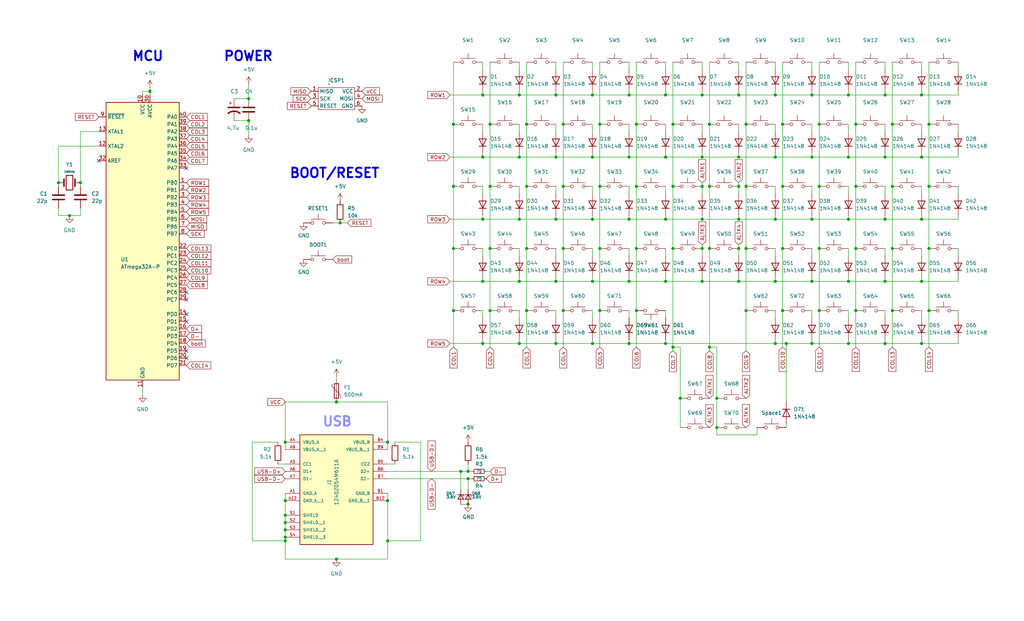
<source format=kicad_sch>
(kicad_sch (version 20230121) (generator eeschema)
  (paper "USLegal")
  (junction (at 205.74 33.02))
  (junction (at 193.04 119.38))
  (junction (at 281.94 54.61))
  (junction (at 256.54 97.79))
  (junction (at 256.54 76.2))
  (junction (at 246.38 64.77))
  (junction (at 218.44 76.2))
  (junction (at 297.18 43.18))
  (junction (at 208.28 43.18))
  (junction (at 180.34 33.02))
  (junction (at 180.34 54.61))
  (junction (at 284.48 107.95))
  (junction (at 320.04 97.79))
  (junction (at 157.48 107.95))
  (junction (at 231.14 97.79))
  (junction (at 157.48 64.77))
  (junction (at 256.54 33.02))
  (junction (at 52.07 31.75))
  (junction (at 99.06 153.67))
  (junction (at 259.08 86.36))
  (junction (at 271.78 107.95))
  (junction (at 307.34 119.38))
  (junction (at 180.34 119.38))
  (junction (at 233.68 43.18))
  (junction (at 294.64 76.2))
  (junction (at 271.78 86.36))
  (junction (at 220.98 43.18))
  (junction (at 195.58 107.95))
  (junction (at 167.64 54.61))
  (junction (at 320.04 54.61))
  (junction (at 99.06 173.99))
  (junction (at 307.34 97.79))
  (junction (at 322.58 86.36))
  (junction (at 99.06 184.15))
  (junction (at 271.78 64.77))
  (junction (at 205.74 119.38))
  (junction (at 307.34 33.02))
  (junction (at 248.92 148.59))
  (junction (at 160.02 163.83))
  (junction (at 284.48 86.36))
  (junction (at 220.98 86.36))
  (junction (at 170.18 64.77))
  (junction (at 273.05 119.38))
  (junction (at 220.98 107.95))
  (junction (at 320.04 76.2))
  (junction (at 243.84 54.61))
  (junction (at 205.74 76.2))
  (junction (at 195.58 86.36))
  (junction (at 294.64 97.79))
  (junction (at 281.94 33.02))
  (junction (at 99.06 186.69))
  (junction (at 256.54 64.77))
  (junction (at 99.06 181.61))
  (junction (at 134.62 173.99))
  (junction (at 246.38 120.65))
  (junction (at 246.38 86.36))
  (junction (at 269.24 54.61))
  (junction (at 170.18 107.95))
  (junction (at 180.34 76.2))
  (junction (at 271.78 43.18))
  (junction (at 231.14 119.38))
  (junction (at 195.58 43.18))
  (junction (at 269.24 76.2))
  (junction (at 297.18 64.77))
  (junction (at 162.56 163.83))
  (junction (at 167.64 97.79))
  (junction (at 220.98 64.77))
  (junction (at 162.56 175.26))
  (junction (at 27.94 63.5))
  (junction (at 218.44 119.38))
  (junction (at 99.06 187.96))
  (junction (at 269.24 33.02))
  (junction (at 233.68 64.77))
  (junction (at 193.04 54.61))
  (junction (at 243.84 86.36))
  (junction (at 116.84 139.7))
  (junction (at 193.04 33.02))
  (junction (at 182.88 64.77))
  (junction (at 167.64 119.38))
  (junction (at 256.54 54.61))
  (junction (at 86.36 41.91))
  (junction (at 193.04 97.79))
  (junction (at 259.08 43.18))
  (junction (at 309.88 64.77))
  (junction (at 231.14 54.61))
  (junction (at 208.28 107.95))
  (junction (at 233.68 86.36))
  (junction (at 157.48 43.18))
  (junction (at 297.18 107.95))
  (junction (at 20.32 63.5))
  (junction (at 259.08 64.77))
  (junction (at 307.34 54.61))
  (junction (at 118.11 77.47))
  (junction (at 243.84 33.02))
  (junction (at 294.64 119.38))
  (junction (at 231.14 76.2))
  (junction (at 205.74 54.61))
  (junction (at 182.88 86.36))
  (junction (at 259.08 107.95))
  (junction (at 218.44 33.02))
  (junction (at 243.84 97.79))
  (junction (at 180.34 97.79))
  (junction (at 116.84 194.31))
  (junction (at 284.48 43.18))
  (junction (at 231.14 33.02))
  (junction (at 309.88 43.18))
  (junction (at 322.58 64.77))
  (junction (at 208.28 64.77))
  (junction (at 99.06 179.07))
  (junction (at 320.04 119.38))
  (junction (at 322.58 107.95))
  (junction (at 170.18 43.18))
  (junction (at 170.18 86.36))
  (junction (at 281.94 119.38))
  (junction (at 233.68 120.65))
  (junction (at 208.28 86.36))
  (junction (at 134.62 153.67))
  (junction (at 246.38 43.18))
  (junction (at 294.64 33.02))
  (junction (at 218.44 97.79))
  (junction (at 320.04 33.02))
  (junction (at 294.64 54.61))
  (junction (at 24.13 74.93))
  (junction (at 269.24 97.79))
  (junction (at 134.62 187.96))
  (junction (at 248.92 138.43))
  (junction (at 309.88 86.36))
  (junction (at 309.88 107.95))
  (junction (at 157.48 86.36))
  (junction (at 218.44 54.61))
  (junction (at 243.84 76.2))
  (junction (at 256.54 86.36))
  (junction (at 193.04 76.2))
  (junction (at 167.64 76.2))
  (junction (at 243.84 64.77))
  (junction (at 236.22 138.43))
  (junction (at 307.34 76.2))
  (junction (at 281.94 97.79))
  (junction (at 297.18 86.36))
  (junction (at 281.94 76.2))
  (junction (at 205.74 97.79))
  (junction (at 182.88 107.95))
  (junction (at 284.48 64.77))
  (junction (at 182.88 43.18))
  (junction (at 167.64 33.02))
  (junction (at 195.58 64.77))
  (junction (at 86.36 34.29))
  (junction (at 322.58 43.18))
  (junction (at 162.56 166.37))
  (junction (at 269.24 119.38))
  (no_connect (at 64.77 104.14))
  (no_connect (at 64.77 109.22))
  (no_connect (at 64.77 101.6))
  (no_connect (at 34.29 55.88))
  (no_connect (at 64.77 124.46))
  (no_connect (at 64.77 111.76))
  (no_connect (at 64.77 121.92))
  (no_connect (at 64.77 58.42))
  (wire (pts (xy 281.94 31.75) (xy 281.94 33.02)))
  (wire (pts (xy 332.74 21.59) (xy 332.74 24.13)))
  (wire (pts (xy 49.53 31.75) (xy 49.53 33.02)))
  (wire (pts (xy 269.24 64.77) (xy 269.24 67.31)))
  (wire (pts (xy 218.44 21.59) (xy 218.44 24.13)))
  (wire (pts (xy 134.62 166.37) (xy 162.56 166.37)))
  (wire (pts (xy 205.74 21.59) (xy 205.74 24.13)))
  (wire (pts (xy 208.28 86.36) (xy 208.28 107.95)))
  (wire (pts (xy 271.78 107.95) (xy 271.78 120.65)))
  (wire (pts (xy 294.64 76.2) (xy 307.34 76.2)))
  (wire (pts (xy 167.64 54.61) (xy 180.34 54.61)))
  (wire (pts (xy 208.28 107.95) (xy 208.28 120.65)))
  (wire (pts (xy 231.14 107.95) (xy 231.14 110.49)))
  (wire (pts (xy 49.53 134.62) (xy 49.53 137.16)))
  (wire (pts (xy 167.64 64.77) (xy 167.64 67.31)))
  (wire (pts (xy 256.54 53.34) (xy 256.54 54.61)))
  (wire (pts (xy 332.74 64.77) (xy 332.74 67.31)))
  (wire (pts (xy 269.24 107.95) (xy 269.24 110.49)))
  (wire (pts (xy 167.64 97.79) (xy 180.34 97.79)))
  (wire (pts (xy 27.94 72.39) (xy 27.94 74.93)))
  (wire (pts (xy 167.64 76.2) (xy 180.34 76.2)))
  (wire (pts (xy 320.04 119.38) (xy 332.74 119.38)))
  (wire (pts (xy 233.68 21.59) (xy 233.68 43.18)))
  (wire (pts (xy 284.48 43.18) (xy 284.48 64.77)))
  (wire (pts (xy 99.06 187.96) (xy 99.06 194.31)))
  (wire (pts (xy 193.04 21.59) (xy 193.04 24.13)))
  (wire (pts (xy 281.94 76.2) (xy 294.64 76.2)))
  (wire (pts (xy 220.98 43.18) (xy 220.98 64.77)))
  (wire (pts (xy 236.22 120.65) (xy 236.22 138.43)))
  (wire (pts (xy 246.38 86.36) (xy 246.38 120.65)))
  (wire (pts (xy 281.94 54.61) (xy 294.64 54.61)))
  (wire (pts (xy 231.14 119.38) (xy 269.24 119.38)))
  (wire (pts (xy 307.34 86.36) (xy 307.34 88.9)))
  (wire (pts (xy 332.74 119.38) (xy 332.74 118.11)))
  (wire (pts (xy 115.57 77.47) (xy 118.11 77.47)))
  (wire (pts (xy 297.18 107.95) (xy 297.18 120.65)))
  (wire (pts (xy 320.04 74.93) (xy 320.04 76.2)))
  (wire (pts (xy 322.58 86.36) (xy 322.58 107.95)))
  (wire (pts (xy 20.32 50.8) (xy 20.32 63.5)))
  (wire (pts (xy 262.89 148.59) (xy 262.89 151.13)))
  (wire (pts (xy 167.64 31.75) (xy 167.64 33.02)))
  (wire (pts (xy 167.64 119.38) (xy 180.34 119.38)))
  (wire (pts (xy 256.54 97.79) (xy 269.24 97.79)))
  (wire (pts (xy 180.34 21.59) (xy 180.34 24.13)))
  (wire (pts (xy 96.52 153.67) (xy 87.63 153.67)))
  (wire (pts (xy 243.84 43.18) (xy 243.84 45.72)))
  (wire (pts (xy 193.04 74.93) (xy 193.04 76.2)))
  (wire (pts (xy 269.24 96.52) (xy 269.24 97.79)))
  (wire (pts (xy 20.32 72.39) (xy 20.32 74.93)))
  (wire (pts (xy 182.88 21.59) (xy 182.88 43.18)))
  (wire (pts (xy 218.44 31.75) (xy 218.44 33.02)))
  (wire (pts (xy 256.54 85.09) (xy 256.54 86.36)))
  (wire (pts (xy 271.78 21.59) (xy 271.78 43.18)))
  (wire (pts (xy 218.44 119.38) (xy 231.14 119.38)))
  (wire (pts (xy 218.44 118.11) (xy 218.44 119.38)))
  (wire (pts (xy 248.92 151.13) (xy 248.92 148.59)))
  (wire (pts (xy 180.34 86.36) (xy 180.34 88.9)))
  (wire (pts (xy 236.22 120.65) (xy 233.68 120.65)))
  (wire (pts (xy 146.05 153.67) (xy 146.05 187.96)))
  (wire (pts (xy 273.05 119.38) (xy 281.94 119.38)))
  (wire (pts (xy 320.04 53.34) (xy 320.04 54.61)))
  (wire (pts (xy 246.38 21.59) (xy 246.38 43.18)))
  (wire (pts (xy 218.44 107.95) (xy 218.44 110.49)))
  (wire (pts (xy 231.14 33.02) (xy 243.84 33.02)))
  (wire (pts (xy 297.18 64.77) (xy 297.18 86.36)))
  (wire (pts (xy 246.38 120.65) (xy 246.38 121.92)))
  (wire (pts (xy 256.54 64.77) (xy 256.54 67.31)))
  (wire (pts (xy 205.74 97.79) (xy 218.44 97.79)))
  (wire (pts (xy 86.36 29.21) (xy 86.36 34.29)))
  (wire (pts (xy 231.14 31.75) (xy 231.14 33.02)))
  (wire (pts (xy 137.16 153.67) (xy 146.05 153.67)))
  (wire (pts (xy 320.04 118.11) (xy 320.04 119.38)))
  (wire (pts (xy 284.48 107.95) (xy 284.48 120.65)))
  (wire (pts (xy 309.88 86.36) (xy 309.88 107.95)))
  (wire (pts (xy 256.54 74.93) (xy 256.54 76.2)))
  (wire (pts (xy 256.54 76.2) (xy 269.24 76.2)))
  (wire (pts (xy 205.74 107.95) (xy 205.74 110.49)))
  (wire (pts (xy 157.48 86.36) (xy 157.48 107.95)))
  (wire (pts (xy 180.34 43.18) (xy 180.34 45.72)))
  (wire (pts (xy 167.64 21.59) (xy 167.64 24.13)))
  (wire (pts (xy 167.64 74.93) (xy 167.64 76.2)))
  (wire (pts (xy 157.48 43.18) (xy 157.48 64.77)))
  (wire (pts (xy 248.92 138.43) (xy 248.92 148.59)))
  (wire (pts (xy 284.48 21.59) (xy 284.48 43.18)))
  (wire (pts (xy 231.14 118.11) (xy 231.14 119.38)))
  (wire (pts (xy 269.24 118.11) (xy 269.24 119.38)))
  (wire (pts (xy 146.05 187.96) (xy 134.62 187.96)))
  (wire (pts (xy 320.04 76.2) (xy 332.74 76.2)))
  (wire (pts (xy 208.28 64.77) (xy 208.28 86.36)))
  (wire (pts (xy 269.24 119.38) (xy 273.05 119.38)))
  (wire (pts (xy 332.74 33.02) (xy 332.74 31.75)))
  (wire (pts (xy 294.64 43.18) (xy 294.64 45.72)))
  (wire (pts (xy 220.98 107.95) (xy 220.98 120.65)))
  (wire (pts (xy 233.68 120.65) (xy 233.68 121.92)))
  (wire (pts (xy 220.98 21.59) (xy 220.98 43.18)))
  (wire (pts (xy 157.48 107.95) (xy 157.48 120.65)))
  (wire (pts (xy 180.34 54.61) (xy 193.04 54.61)))
  (wire (pts (xy 99.06 181.61) (xy 99.06 184.15)))
  (wire (pts (xy 281.94 33.02) (xy 294.64 33.02)))
  (wire (pts (xy 332.74 97.79) (xy 332.74 96.52)))
  (wire (pts (xy 49.53 31.75) (xy 52.07 31.75)))
  (wire (pts (xy 87.63 153.67) (xy 87.63 187.96)))
  (wire (pts (xy 231.14 64.77) (xy 231.14 67.31)))
  (wire (pts (xy 307.34 31.75) (xy 307.34 33.02)))
  (wire (pts (xy 170.18 107.95) (xy 170.18 120.65)))
  (wire (pts (xy 320.04 107.95) (xy 320.04 110.49)))
  (wire (pts (xy 134.62 139.7) (xy 134.62 153.67)))
  (wire (pts (xy 243.84 63.5) (xy 243.84 64.77)))
  (wire (pts (xy 180.34 107.95) (xy 180.34 110.49)))
  (wire (pts (xy 193.04 107.95) (xy 193.04 110.49)))
  (wire (pts (xy 332.74 54.61) (xy 332.74 53.34)))
  (wire (pts (xy 182.88 43.18) (xy 182.88 64.77)))
  (wire (pts (xy 243.84 96.52) (xy 243.84 97.79)))
  (wire (pts (xy 170.18 43.18) (xy 170.18 64.77)))
  (wire (pts (xy 307.34 54.61) (xy 320.04 54.61)))
  (wire (pts (xy 307.34 74.93) (xy 307.34 76.2)))
  (wire (pts (xy 256.54 96.52) (xy 256.54 97.79)))
  (wire (pts (xy 281.94 97.79) (xy 294.64 97.79)))
  (wire (pts (xy 246.38 120.65) (xy 248.92 120.65)))
  (wire (pts (xy 281.94 86.36) (xy 281.94 88.9)))
  (wire (pts (xy 205.74 74.93) (xy 205.74 76.2)))
  (wire (pts (xy 134.62 163.83) (xy 160.02 163.83)))
  (wire (pts (xy 134.62 194.31) (xy 134.62 187.96)))
  (wire (pts (xy 157.48 21.59) (xy 157.48 43.18)))
  (wire (pts (xy 167.64 118.11) (xy 167.64 119.38)))
  (wire (pts (xy 269.24 86.36) (xy 269.24 88.9)))
  (wire (pts (xy 170.18 64.77) (xy 170.18 86.36)))
  (wire (pts (xy 294.64 97.79) (xy 307.34 97.79)))
  (wire (pts (xy 205.74 118.11) (xy 205.74 119.38)))
  (wire (pts (xy 218.44 53.34) (xy 218.44 54.61)))
  (wire (pts (xy 332.74 43.18) (xy 332.74 45.72)))
  (wire (pts (xy 218.44 43.18) (xy 218.44 45.72)))
  (wire (pts (xy 281.94 96.52) (xy 281.94 97.79)))
  (wire (pts (xy 134.62 187.96) (xy 134.62 173.99)))
  (wire (pts (xy 294.64 21.59) (xy 294.64 24.13)))
  (wire (pts (xy 243.84 54.61) (xy 256.54 54.61)))
  (wire (pts (xy 307.34 43.18) (xy 307.34 45.72)))
  (wire (pts (xy 134.62 161.29) (xy 137.16 161.29)))
  (wire (pts (xy 294.64 118.11) (xy 294.64 119.38)))
  (wire (pts (xy 205.74 119.38) (xy 218.44 119.38)))
  (wire (pts (xy 271.78 86.36) (xy 271.78 107.95)))
  (wire (pts (xy 52.07 31.75) (xy 52.07 33.02)))
  (wire (pts (xy 243.84 74.93) (xy 243.84 76.2)))
  (wire (pts (xy 156.21 76.2) (xy 167.64 76.2)))
  (wire (pts (xy 259.08 21.59) (xy 259.08 43.18)))
  (wire (pts (xy 294.64 53.34) (xy 294.64 54.61)))
  (wire (pts (xy 180.34 97.79) (xy 193.04 97.79)))
  (wire (pts (xy 332.74 107.95) (xy 332.74 110.49)))
  (wire (pts (xy 320.04 86.36) (xy 320.04 88.9)))
  (wire (pts (xy 87.63 187.96) (xy 99.06 187.96)))
  (wire (pts (xy 243.84 85.09) (xy 243.84 86.36)))
  (wire (pts (xy 294.64 107.95) (xy 294.64 110.49)))
  (wire (pts (xy 193.04 54.61) (xy 205.74 54.61)))
  (wire (pts (xy 193.04 119.38) (xy 205.74 119.38)))
  (wire (pts (xy 309.88 43.18) (xy 309.88 64.77)))
  (wire (pts (xy 233.68 43.18) (xy 233.68 64.77)))
  (wire (pts (xy 193.04 96.52) (xy 193.04 97.79)))
  (wire (pts (xy 182.88 86.36) (xy 182.88 107.95)))
  (wire (pts (xy 193.04 118.11) (xy 193.04 119.38)))
  (wire (pts (xy 281.94 21.59) (xy 281.94 24.13)))
  (wire (pts (xy 96.52 161.29) (xy 99.06 161.29)))
  (wire (pts (xy 180.34 31.75) (xy 180.34 33.02)))
  (wire (pts (xy 81.28 34.29) (xy 86.36 34.29)))
  (wire (pts (xy 218.44 54.61) (xy 231.14 54.61)))
  (wire (pts (xy 205.74 64.77) (xy 205.74 67.31)))
  (wire (pts (xy 281.94 118.11) (xy 281.94 119.38)))
  (wire (pts (xy 180.34 64.77) (xy 180.34 67.31)))
  (wire (pts (xy 205.74 33.02) (xy 218.44 33.02)))
  (wire (pts (xy 156.21 54.61) (xy 167.64 54.61)))
  (wire (pts (xy 271.78 64.77) (xy 271.78 86.36)))
  (wire (pts (xy 218.44 97.79) (xy 231.14 97.79)))
  (wire (pts (xy 320.04 97.79) (xy 332.74 97.79)))
  (wire (pts (xy 220.98 86.36) (xy 220.98 107.95)))
  (wire (pts (xy 269.24 33.02) (xy 281.94 33.02)))
  (wire (pts (xy 99.06 153.67) (xy 99.06 156.21)))
  (wire (pts (xy 134.62 171.45) (xy 134.62 173.99)))
  (wire (pts (xy 284.48 64.77) (xy 284.48 86.36)))
  (wire (pts (xy 170.18 86.36) (xy 170.18 107.95)))
  (wire (pts (xy 243.84 86.36) (xy 243.84 88.9)))
  (wire (pts (xy 259.08 64.77) (xy 259.08 86.36)))
  (wire (pts (xy 248.92 138.43) (xy 248.92 120.65)))
  (wire (pts (xy 294.64 54.61) (xy 307.34 54.61)))
  (wire (pts (xy 157.48 64.77) (xy 157.48 86.36)))
  (wire (pts (xy 273.05 147.32) (xy 273.05 148.59)))
  (wire (pts (xy 156.21 97.79) (xy 167.64 97.79)))
  (wire (pts (xy 231.14 86.36) (xy 231.14 88.9)))
  (wire (pts (xy 193.04 33.02) (xy 205.74 33.02)))
  (wire (pts (xy 180.34 53.34) (xy 180.34 54.61)))
  (wire (pts (xy 231.14 43.18) (xy 231.14 45.72)))
  (wire (pts (xy 273.05 119.38) (xy 273.05 139.7)))
  (wire (pts (xy 231.14 21.59) (xy 231.14 24.13)))
  (wire (pts (xy 307.34 64.77) (xy 307.34 67.31)))
  (wire (pts (xy 116.84 194.31) (xy 134.62 194.31)))
  (wire (pts (xy 269.24 97.79) (xy 281.94 97.79)))
  (wire (pts (xy 309.88 21.59) (xy 309.88 43.18)))
  (wire (pts (xy 259.08 107.95) (xy 259.08 121.92)))
  (wire (pts (xy 180.34 119.38) (xy 193.04 119.38)))
  (wire (pts (xy 231.14 54.61) (xy 243.84 54.61)))
  (wire (pts (xy 307.34 76.2) (xy 320.04 76.2)))
  (wire (pts (xy 182.88 64.77) (xy 182.88 86.36)))
  (wire (pts (xy 218.44 86.36) (xy 218.44 88.9)))
  (wire (pts (xy 243.84 33.02) (xy 256.54 33.02)))
  (wire (pts (xy 162.56 166.37) (xy 163.83 166.37)))
  (wire (pts (xy 193.04 97.79) (xy 205.74 97.79)))
  (wire (pts (xy 322.58 64.77) (xy 322.58 86.36)))
  (wire (pts (xy 320.04 21.59) (xy 320.04 24.13)))
  (wire (pts (xy 231.14 74.93) (xy 231.14 76.2)))
  (wire (pts (xy 167.64 86.36) (xy 167.64 88.9)))
  (wire (pts (xy 231.14 53.34) (xy 231.14 54.61)))
  (wire (pts (xy 167.64 53.34) (xy 167.64 54.61)))
  (wire (pts (xy 27.94 74.93) (xy 24.13 74.93)))
  (wire (pts (xy 307.34 119.38) (xy 320.04 119.38)))
  (wire (pts (xy 256.54 31.75) (xy 256.54 33.02)))
  (wire (pts (xy 256.54 43.18) (xy 256.54 45.72)))
  (wire (pts (xy 99.06 184.15) (xy 99.06 186.69)))
  (wire (pts (xy 205.74 76.2) (xy 218.44 76.2)))
  (wire (pts (xy 193.04 64.77) (xy 193.04 67.31)))
  (wire (pts (xy 256.54 86.36) (xy 256.54 88.9)))
  (wire (pts (xy 99.06 173.99) (xy 99.06 179.07)))
  (wire (pts (xy 243.84 31.75) (xy 243.84 33.02)))
  (wire (pts (xy 269.24 43.18) (xy 269.24 45.72)))
  (wire (pts (xy 322.58 43.18) (xy 322.58 64.77)))
  (wire (pts (xy 269.24 54.61) (xy 281.94 54.61)))
  (wire (pts (xy 193.04 43.18) (xy 193.04 45.72)))
  (wire (pts (xy 243.84 64.77) (xy 243.84 67.31)))
  (wire (pts (xy 309.88 107.95) (xy 309.88 120.65)))
  (wire (pts (xy 81.28 41.91) (xy 86.36 41.91)))
  (wire (pts (xy 99.06 194.31) (xy 116.84 194.31)))
  (wire (pts (xy 193.04 76.2) (xy 205.74 76.2)))
  (wire (pts (xy 195.58 21.59) (xy 195.58 43.18)))
  (wire (pts (xy 297.18 21.59) (xy 297.18 43.18)))
  (wire (pts (xy 256.54 54.61) (xy 269.24 54.61)))
  (wire (pts (xy 233.68 64.77) (xy 233.68 86.36)))
  (wire (pts (xy 180.34 118.11) (xy 180.34 119.38)))
  (wire (pts (xy 218.44 76.2) (xy 231.14 76.2)))
  (wire (pts (xy 34.29 45.72) (xy 27.94 45.72)))
  (wire (pts (xy 243.84 53.34) (xy 243.84 54.61)))
  (wire (pts (xy 262.89 151.13) (xy 248.92 151.13)))
  (wire (pts (xy 218.44 33.02) (xy 231.14 33.02)))
  (wire (pts (xy 218.44 64.77) (xy 218.44 67.31)))
  (wire (pts (xy 284.48 86.36) (xy 284.48 107.95)))
  (wire (pts (xy 167.64 96.52) (xy 167.64 97.79)))
  (wire (pts (xy 180.34 33.02) (xy 193.04 33.02)))
  (wire (pts (xy 297.18 86.36) (xy 297.18 107.95)))
  (wire (pts (xy 195.58 86.36) (xy 195.58 107.95)))
  (wire (pts (xy 294.64 33.02) (xy 307.34 33.02)))
  (wire (pts (xy 231.14 97.79) (xy 243.84 97.79)))
  (wire (pts (xy 116.84 139.7) (xy 134.62 139.7)))
  (wire (pts (xy 160.02 163.83) (xy 160.02 170.18)))
  (wire (pts (xy 269.24 76.2) (xy 281.94 76.2)))
  (wire (pts (xy 180.34 74.93) (xy 180.34 76.2)))
  (wire (pts (xy 20.32 74.93) (xy 24.13 74.93)))
  (wire (pts (xy 205.74 86.36) (xy 205.74 88.9)))
  (wire (pts (xy 134.62 153.67) (xy 134.62 156.21)))
  (wire (pts (xy 208.28 21.59) (xy 208.28 43.18)))
  (wire (pts (xy 297.18 43.18) (xy 297.18 64.77)))
  (wire (pts (xy 233.68 86.36) (xy 233.68 120.65)))
  (wire (pts (xy 162.56 166.37) (xy 162.56 170.18)))
  (wire (pts (xy 52.07 30.48) (xy 52.07 31.75)))
  (wire (pts (xy 20.32 64.77) (xy 20.32 63.5)))
  (wire (pts (xy 160.02 163.83) (xy 162.56 163.83)))
  (wire (pts (xy 294.64 74.93) (xy 294.64 76.2)))
  (wire (pts (xy 256.54 21.59) (xy 256.54 24.13)))
  (wire (pts (xy 320.04 33.02) (xy 332.74 33.02)))
  (wire (pts (xy 307.34 97.79) (xy 320.04 97.79)))
  (wire (pts (xy 294.64 119.38) (xy 307.34 119.38)))
  (wire (pts (xy 160.02 175.26) (xy 162.56 175.26)))
  (wire (pts (xy 320.04 64.77) (xy 320.04 67.31)))
  (wire (pts (xy 294.64 96.52) (xy 294.64 97.79)))
  (wire (pts (xy 307.34 118.11) (xy 307.34 119.38)))
  (wire (pts (xy 162.56 161.29) (xy 162.56 163.83)))
  (wire (pts (xy 205.74 43.18) (xy 205.74 45.72)))
  (wire (pts (xy 167.64 107.95) (xy 167.64 110.49)))
  (wire (pts (xy 271.78 43.18) (xy 271.78 64.77)))
  (wire (pts (xy 205.74 54.61) (xy 218.44 54.61)))
  (wire (pts (xy 195.58 64.77) (xy 195.58 86.36)))
  (wire (pts (xy 231.14 96.52) (xy 231.14 97.79)))
  (wire (pts (xy 162.56 163.83) (xy 163.83 163.83)))
  (wire (pts (xy 256.54 33.02) (xy 269.24 33.02)))
  (wire (pts (xy 294.64 86.36) (xy 294.64 88.9)))
  (wire (pts (xy 320.04 31.75) (xy 320.04 33.02)))
  (wire (pts (xy 193.04 31.75) (xy 193.04 33.02)))
  (wire (pts (xy 294.64 64.77) (xy 294.64 67.31)))
  (wire (pts (xy 218.44 96.52) (xy 218.44 97.79)))
  (wire (pts (xy 256.54 63.5) (xy 256.54 64.77)))
  (wire (pts (xy 193.04 86.36) (xy 193.04 88.9)))
  (wire (pts (xy 156.21 33.02) (xy 167.64 33.02)))
  (wire (pts (xy 167.64 33.02) (xy 180.34 33.02)))
  (wire (pts (xy 86.36 41.91) (xy 86.36 46.99)))
  (wire (pts (xy 246.38 43.18) (xy 246.38 64.77)))
  (wire (pts (xy 281.94 64.77) (xy 281.94 67.31)))
  (wire (pts (xy 307.34 53.34) (xy 307.34 54.61)))
  (wire (pts (xy 269.24 31.75) (xy 269.24 33.02)))
  (wire (pts (xy 220.98 64.77) (xy 220.98 86.36)))
  (wire (pts (xy 320.04 54.61) (xy 332.74 54.61)))
  (wire (pts (xy 170.18 21.59) (xy 170.18 43.18)))
  (wire (pts (xy 205.74 31.75) (xy 205.74 33.02)))
  (wire (pts (xy 170.18 163.83) (xy 168.91 163.83)))
  (wire (pts (xy 332.74 76.2) (xy 332.74 74.93)))
  (wire (pts (xy 116.84 130.81) (xy 116.84 132.08)))
  (wire (pts (xy 195.58 43.18) (xy 195.58 64.77)))
  (wire (pts (xy 322.58 107.95) (xy 322.58 120.65)))
  (wire (pts (xy 322.58 21.59) (xy 322.58 43.18)))
  (wire (pts (xy 281.94 53.34) (xy 281.94 54.61)))
  (wire (pts (xy 281.94 107.95) (xy 281.94 110.49)))
  (wire (pts (xy 118.11 77.47) (xy 120.65 77.47)))
  (wire (pts (xy 99.06 186.69) (xy 99.06 187.96)))
  (wire (pts (xy 243.84 97.79) (xy 256.54 97.79)))
  (wire (pts (xy 332.74 86.36) (xy 332.74 88.9)))
  (wire (pts (xy 156.21 119.38) (xy 167.64 119.38)))
  (wire (pts (xy 259.08 86.36) (xy 259.08 107.95)))
  (wire (pts (xy 218.44 74.93) (xy 218.44 76.2)))
  (wire (pts (xy 205.74 96.52) (xy 205.74 97.79)))
  (wire (pts (xy 205.74 53.34) (xy 205.74 54.61)))
  (wire (pts (xy 99.06 171.45) (xy 99.06 173.99)))
  (wire (pts (xy 307.34 107.95) (xy 307.34 110.49)))
  (wire (pts (xy 193.04 53.34) (xy 193.04 54.61)))
  (wire (pts (xy 243.84 21.59) (xy 243.84 24.13)))
  (wire (pts (xy 243.84 76.2) (xy 256.54 76.2)))
  (wire (pts (xy 180.34 96.52) (xy 180.34 97.79)))
  (wire (pts (xy 246.38 64.77) (xy 246.38 86.36)))
  (wire (pts (xy 269.24 74.93) (xy 269.24 76.2)))
  (wire (pts (xy 269.24 53.34) (xy 269.24 54.61)))
  (wire (pts (xy 99.06 139.7) (xy 116.84 139.7)))
  (wire (pts (xy 281.94 43.18) (xy 281.94 45.72)))
  (wire (pts (xy 259.08 43.18) (xy 259.08 64.77)))
  (wire (pts (xy 208.28 43.18) (xy 208.28 64.77)))
  (wire (pts (xy 281.94 74.93) (xy 281.94 76.2)))
  (wire (pts (xy 307.34 33.02) (xy 320.04 33.02)))
  (wire (pts (xy 307.34 96.52) (xy 307.34 97.79)))
  (wire (pts (xy 307.34 21.59) (xy 307.34 24.13)))
  (wire (pts (xy 281.94 119.38) (xy 294.64 119.38)))
  (wire (pts (xy 231.14 76.2) (xy 243.84 76.2)))
  (wire (pts (xy 180.34 76.2) (xy 193.04 76.2)))
  (wire (pts (xy 27.94 64.77) (xy 27.94 63.5)))
  (wire (pts (xy 320.04 96.52) (xy 320.04 97.79)))
  (wire (pts (xy 269.24 21.59) (xy 269.24 24.13)))
  (wire (pts (xy 182.88 107.95) (xy 182.88 120.65)))
  (wire (pts (xy 236.22 138.43) (xy 236.22 148.59)))
  (wire (pts (xy 34.29 50.8) (xy 20.32 50.8)))
  (wire (pts (xy 167.64 43.18) (xy 167.64 45.72)))
  (wire (pts (xy 294.64 31.75) (xy 294.64 33.02)))
  (wire (pts (xy 99.06 139.7) (xy 99.06 153.67)))
  (wire (pts (xy 27.94 45.72) (xy 27.94 63.5)))
  (wire (pts (xy 309.88 64.77) (xy 309.88 86.36)))
  (wire (pts (xy 320.04 43.18) (xy 320.04 45.72)))
  (wire (pts (xy 99.06 179.07) (xy 99.06 181.61)))
  (wire (pts (xy 195.58 107.95) (xy 195.58 120.65)))
  (text "USB" (at 111.76 148.59 0) (effects (font (size 3.27 3.27) (thickness 0.654) bold) (justify left bottom)))
  (text "POWER" (at 77.47 21.59 0) (effects (font (size 3.27 3.27) bold) (justify left bottom)))
  (text "MCU" (at 45.72 21.59 0) (effects (font (size 3.27 3.27) bold) (justify left bottom)))
  (text "BOOT/RESET" (at 100.33 62.23 0) (effects (font (size 3.27 3.27) (thickness 0.654) bold) (justify left bottom)))
  (global_label "ROW2" (shape input) (at 64.77 66.04 0) (property "Intersheetrefs" "${INTERSHEET_REFS}" (effects hide)))
  (global_label "COL14" (shape input) (at 64.77 127 0) (property "Intersheetrefs" "${INTERSHEET_REFS}" (effects hide)))
  (global_label "USB-D+" (shape input) (at 99.06 163.83 180) (property "Intersheetrefs" "${INTERSHEET_REFS}" (effects hide)))
  (global_label "COL6" (shape input) (at 64.77 53.34 0) (property "Intersheetrefs" "${INTERSHEET_REFS}" (effects hide)))
  (global_label "COL9" (shape input) (at 259.08 121.92 270) (property "Intersheetrefs" "${INTERSHEET_REFS}" (effects hide)))
  (global_label "COL11" (shape input) (at 284.48 120.65 270) (property "Intersheetrefs" "${INTERSHEET_REFS}" (effects hide)))
  (global_label "COL7" (shape input) (at 233.68 121.92 270) (property "Intersheetrefs" "${INTERSHEET_REFS}" (effects hide)))
  (global_label "RESET" (shape input) (at 34.29 40.64 180) (property "Intersheetrefs" "${INTERSHEET_REFS}" (effects hide)))
  (global_label "USB-D-" (shape input) (at 149.86 166.37 270) (property "Intersheetrefs" "${INTERSHEET_REFS}" (effects hide)))
  (global_label "COL4" (shape input) (at 64.77 48.26 0) (property "Intersheetrefs" "${INTERSHEET_REFS}" (effects hide)))
  (global_label "ROW4" (shape input) (at 156.21 97.79 180) (property "Intersheetrefs" "${INTERSHEET_REFS}" (effects hide)))
  (global_label "ALTK2" (shape input) (at 259.08 138.43 90) (property "Intersheetrefs" "${INTERSHEET_REFS}" (effects hide)))
  (global_label "ROW5" (shape input) (at 156.21 119.38 180) (property "Intersheetrefs" "${INTERSHEET_REFS}" (effects hide)))
  (global_label "D+" (shape input) (at 64.77 114.3 0) (property "Intersheetrefs" "${INTERSHEET_REFS}" (effects hide)))
  (global_label "COL5" (shape input) (at 208.28 120.65 270) (property "Intersheetrefs" "${INTERSHEET_REFS}" (effects hide)))
  (global_label "ALTK4" (shape input) (at 256.54 85.09 90) (property "Intersheetrefs" "${INTERSHEET_REFS}" (effects hide)))
  (global_label "ROW2" (shape input) (at 156.21 54.61 180) (property "Intersheetrefs" "${INTERSHEET_REFS}" (effects hide)))
  (global_label "COL4" (shape input) (at 195.58 120.65 270) (property "Intersheetrefs" "${INTERSHEET_REFS}" (effects hide)))
  (global_label "COL10" (shape input) (at 64.77 93.98 0) (property "Intersheetrefs" "${INTERSHEET_REFS}" (effects hide)))
  (global_label "COL9" (shape input) (at 64.77 96.52 0) (property "Intersheetrefs" "${INTERSHEET_REFS}" (effects hide)))
  (global_label "USB-D-" (shape input) (at 99.06 166.37 180) (property "Intersheetrefs" "${INTERSHEET_REFS}" (effects hide)))
  (global_label "ALTK3" (shape input) (at 243.84 85.09 90) (property "Intersheetrefs" "${INTERSHEET_REFS}" (effects hide)))
  (global_label "USB-D+" (shape input) (at 149.86 163.83 90) (property "Intersheetrefs" "${INTERSHEET_REFS}" (effects hide)))
  (global_label "ALTK4" (shape input) (at 259.08 148.59 90) (property "Intersheetrefs" "${INTERSHEET_REFS}" (effects hide)))
  (global_label "COL2" (shape input) (at 170.18 120.65 270) (property "Intersheetrefs" "${INTERSHEET_REFS}" (effects hide)))
  (global_label "COL13" (shape input) (at 309.88 120.65 270) (property "Intersheetrefs" "${INTERSHEET_REFS}" (effects hide)))
  (global_label "COL8" (shape input) (at 64.77 99.06 0) (property "Intersheetrefs" "${INTERSHEET_REFS}" (effects hide)))
  (global_label "MOSI" (shape input) (at 64.77 76.2 0) (property "Intersheetrefs" "${INTERSHEET_REFS}" (effects hide)))
  (global_label "MOSI" (shape input) (at 125.73 34.29 0) (property "Intersheetrefs" "${INTERSHEET_REFS}" (effects hide)))
  (global_label "D-" (shape input) (at 170.18 163.83 0) (property "Intersheetrefs" "${INTERSHEET_REFS}" (effects hide)))
  (global_label "boot" (shape input) (at 115.57 90.17 0) (property "Intersheetrefs" "${INTERSHEET_REFS}" (effects hide)))
  (global_label "ROW1" (shape input) (at 64.77 63.5 0) (property "Intersheetrefs" "${INTERSHEET_REFS}" (effects hide)))
  (global_label "ROW5" (shape input) (at 64.77 73.66 0) (property "Intersheetrefs" "${INTERSHEET_REFS}" (effects hide)))
  (global_label "COL3" (shape input) (at 182.88 120.65 270) (property "Intersheetrefs" "${INTERSHEET_REFS}" (effects hide)))
  (global_label "ROW3" (shape input) (at 64.77 68.58 0) (property "Intersheetrefs" "${INTERSHEET_REFS}" (effects hide)))
  (global_label "COL3" (shape input) (at 64.77 45.72 0) (property "Intersheetrefs" "${INTERSHEET_REFS}" (effects hide)))
  (global_label "COL1" (shape input) (at 157.48 120.65 270) (property "Intersheetrefs" "${INTERSHEET_REFS}" (effects hide)))
  (global_label "COL8" (shape input) (at 246.38 121.92 270) (property "Intersheetrefs" "${INTERSHEET_REFS}" (effects hide)))
  (global_label "ALTK2" (shape input) (at 256.54 63.5 90) (property "Intersheetrefs" "${INTERSHEET_REFS}" (effects hide)))
  (global_label "COL12" (shape input) (at 64.77 88.9 0) (property "Intersheetrefs" "${INTERSHEET_REFS}" (effects hide)))
  (global_label "COL7" (shape input) (at 64.77 55.88 0) (property "Intersheetrefs" "${INTERSHEET_REFS}" (effects hide)))
  (global_label "COL5" (shape input) (at 64.77 50.8 0) (property "Intersheetrefs" "${INTERSHEET_REFS}" (effects hide)))
  (global_label "COL6" (shape input) (at 220.98 120.65 270) (property "Intersheetrefs" "${INTERSHEET_REFS}" (effects hide)))
  (global_label "ALTK1" (shape input) (at 246.38 138.43 90) (property "Intersheetrefs" "${INTERSHEET_REFS}" (effects hide)))
  (global_label "RESET" (shape input) (at 107.95 36.83 180) (property "Intersheetrefs" "${INTERSHEET_REFS}" (effects hide)))
  (global_label "COL11" (shape input) (at 64.77 91.44 0) (property "Intersheetrefs" "${INTERSHEET_REFS}" (effects hide)))
  (global_label "VCC" (shape input) (at 125.73 31.75 0) (property "Intersheetrefs" "${INTERSHEET_REFS}" (effects hide)))
  (global_label "boot" (shape input) (at 64.77 119.38 0) (property "Intersheetrefs" "${INTERSHEET_REFS}" (effects hide)))
  (global_label "ALTK1" (shape input) (at 243.84 63.5 90) (property "Intersheetrefs" "${INTERSHEET_REFS}" (effects hide)))
  (global_label "VCC" (shape input) (at 99.06 139.7 180) (property "Intersheetrefs" "${INTERSHEET_REFS}" (effects hide)))
  (global_label "D+" (shape input) (at 168.91 166.37 0) (property "Intersheetrefs" "${INTERSHEET_REFS}" (effects hide)))
  (global_label "ROW4" (shape input) (at 64.77 71.12 0) (property "Intersheetrefs" "${INTERSHEET_REFS}" (effects hide)))
  (global_label "COL2" (shape input) (at 64.77 43.18 0) (property "Intersheetrefs" "${INTERSHEET_REFS}" (effects hide)))
  (global_label "COL1" (shape input) (at 64.77 40.64 0) (property "Intersheetrefs" "${INTERSHEET_REFS}" (effects hide)))
  (global_label "ALTK3" (shape input) (at 246.38 148.59 90) (property "Intersheetrefs" "${INTERSHEET_REFS}" (effects hide)))
  (global_label "ROW3" (shape input) (at 156.21 76.2 180) (property "Intersheetrefs" "${INTERSHEET_REFS}" (effects hide)))
  (global_label "RESET" (shape input) (at 120.65 77.47 0) (property "Intersheetrefs" "${INTERSHEET_REFS}" (effects hide)))
  (global_label "COL13" (shape input) (at 64.77 86.36 0) (property "Intersheetrefs" "${INTERSHEET_REFS}" (effects hide)))
  (global_label "COL14" (shape input) (at 322.58 120.65 270) (property "Intersheetrefs" "${INTERSHEET_REFS}" (effects hide)))
  (global_label "ROW1" (shape input) (at 156.21 33.02 180) (property "Intersheetrefs" "${INTERSHEET_REFS}" (effects hide)))
  (global_label "SCK" (shape input) (at 107.95 34.29 180) (property "Intersheetrefs" "${INTERSHEET_REFS}" (effects hide)))
  (global_label "COL10" (shape input) (at 271.78 120.65 270) (property "Intersheetrefs" "${INTERSHEET_REFS}" (effects hide)))
  (global_label "COL12" (shape input) (at 297.18 120.65 270) (property "Intersheetrefs" "${INTERSHEET_REFS}" (effects hide)))
  (global_label "SCK" (shape input) (at 64.77 81.28 0) (property "Intersheetrefs" "${INTERSHEET_REFS}" (effects hide)))
  (global_label "MISO" (shape input) (at 107.95 31.75 180) (property "Intersheetrefs" "${INTERSHEET_REFS}" (effects hide)))
  (global_label "D-" (shape input) (at 64.77 116.84 0) (property "Intersheetrefs" "${INTERSHEET_REFS}" (effects hide)))
  (global_label "MISO" (shape input) (at 64.77 78.74 0) (property "Intersheetrefs" "${INTERSHEET_REFS}" (effects hide)))
  (symbol (lib_id "Diode:1N4148") (at 193.04 27.94 90) (unit 1)
    (property "Reference" "D3" (at 195.58 26.67 90) (effects (justify right)))
    (property "Value" "1N4148" (at 195.58 29.21 90) (effects (justify right)))
    (property "Footprint" "Diode_THT:D_DO-35_SOD27_P7.62mm_Horizontal" (effects hide))
    (property "Datasheet" "https://assets.nexperia.com/documents/data-sheet/1N4148_1N4448.pdf" (effects hide))
    (property "Sim.Device" "D" (effects hide))
    (property "Sim.Pins" "1=K 2=A" (effects hide))
  )
  (symbol (lib_id "Switch:SW_Push") (at 226.06 64.77 0) (unit 1)
    (property "Reference" "SW34" (at 226.06 59.69 0))
    (property "Value" "SW_Cherry_MX_1.00u_PCB" (effects hide))
    (property "Footprint" "Custom_Library:SW_Cherry_MX_1.00u_PCB" (effects hide))
  )
  (symbol (lib_id "Diode:1N4148") (at 256.54 49.53 90) (unit 1)
    (property "Reference" "D22" (at 259.08 48.26 90) (effects (justify right)))
    (property "Value" "1N4148" (at 259.08 50.8 90) (effects (justify right)))
    (property "Footprint" "Diode_THT:D_DO-35_SOD27_P7.62mm_Horizontal" (effects hide))
    (property "Datasheet" "https://assets.nexperia.com/documents/data-sheet/1N4148_1N4448.pdf" (effects hide))
    (property "Sim.Device" "D" (effects hide))
    (property "Sim.Pins" "1=K 2=A" (effects hide))
  )
  (symbol (lib_id "power:GND") (at 125.73 36.83 0) (unit 1)
    (property "Reference" "#PWR012" (effects hide))
    (property "Value" "GND" (at 125.73 41.91 0))
  )
  (symbol (lib_id "power:GND") (at 86.36 46.99 0) (unit 1)
    (property "Reference" "#PWR011" (effects hide))
    (property "Value" "GND" (at 86.36 52.07 0))
  )
  (symbol (lib_id "Diode:1N4148") (at 231.14 92.71 90) (unit 1)
    (property "Reference" "D48" (at 233.68 91.44 90) (effects (justify right)))
    (property "Value" "1N4148" (at 233.68 93.98 90) (effects (justify right)))
    (property "Footprint" "Diode_THT:D_DO-35_SOD27_P7.62mm_Horizontal" (effects hide))
    (property "Datasheet" "https://assets.nexperia.com/documents/data-sheet/1N4148_1N4448.pdf" (effects hide))
    (property "Sim.Device" "D" (effects hide))
    (property "Sim.Pins" "1=K 2=A" (effects hide))
  )
  (symbol (lib_id "Switch:SW_Push") (at 251.46 64.77 0) (unit 1)
    (property "Reference" "SW36" (at 251.46 59.69 0))
    (property "Value" "SW_Cherry_MX_1.00u_PCB" (effects hide))
    (property "Footprint" "Custom_Library:SW_Cherry_MX_1.00u_PCB" (effects hide))
  )
  (symbol (lib_id "Diode:1N4148") (at 332.74 27.94 90) (unit 1)
    (property "Reference" "D14" (at 335.28 26.67 90) (effects (justify right)))
    (property "Value" "1N4148" (at 335.28 29.21 90) (effects (justify right)))
    (property "Footprint" "Diode_THT:D_DO-35_SOD27_P7.62mm_Horizontal" (effects hide))
    (property "Datasheet" "https://assets.nexperia.com/documents/data-sheet/1N4148_1N4448.pdf" (effects hide))
    (property "Sim.Device" "D" (effects hide))
    (property "Sim.Pins" "1=K 2=A" (effects hide))
  )
  (symbol (lib_id "Diode:1N4148") (at 167.64 92.71 90) (unit 1)
    (property "Reference" "D43" (at 170.18 91.44 90) (effects (justify right)))
    (property "Value" "1N4148" (at 170.18 93.98 90) (effects (justify right)))
    (property "Footprint" "Diode_THT:D_DO-35_SOD27_P7.62mm_Horizontal" (effects hide))
    (property "Datasheet" "https://assets.nexperia.com/documents/data-sheet/1N4148_1N4448.pdf" (effects hide))
    (property "Sim.Device" "D" (effects hide))
    (property "Sim.Pins" "1=K 2=A" (effects hide))
  )
  (symbol (lib_id "Diode:1N4148") (at 256.54 92.71 90) (unit 1)
    (property "Reference" "D50" (at 259.08 91.44 90) (effects (justify right)))
    (property "Value" "1N4148" (at 259.08 93.98 90) (effects (justify right)))
    (property "Footprint" "Diode_THT:D_DO-35_SOD27_P7.62mm_Horizontal" (effects hide))
    (property "Datasheet" "https://assets.nexperia.com/documents/data-sheet/1N4148_1N4448.pdf" (effects hide))
    (property "Sim.Device" "D" (effects hide))
    (property "Sim.Pins" "1=K 2=A" (effects hide))
  )
  (symbol (lib_id "Switch:SW_Push") (at 200.66 43.18 0) (unit 1)
    (property "Reference" "SW18" (at 200.66 35.56 0))
    (property "Value" "SW_Cherry_MX_1.00u_PCB" (effects hide))
    (property "Footprint" "Custom_Library:SW_Cherry_MX_1.00u_PCB" (effects hide))
  )
  (symbol (lib_id "Device:D_Zener_Small") (at 160.02 172.72 270) (unit 1)
    (property "Reference" "D67" (at 154.94 171.45 90) (effects (font (size 0.9906 0.9906)) (justify left)))
    (property "Value" "3.6V" (at 154.94 172.72 90) (effects (font (size 0.9906 0.9906)) (justify left)))
    (property "Footprint" "Diode_THT:D_DO-35_SOD27_P7.62mm_Horizontal" (effects hide))
  )
  (symbol (lib_id "Diode:1N4148") (at 167.64 71.12 90) (unit 1)
    (property "Reference" "D29" (at 170.18 69.85 90) (effects (justify right)))
    (property "Value" "1N4148" (at 170.18 72.39 90) (effects (justify right)))
    (property "Footprint" "Diode_THT:D_DO-35_SOD27_P7.62mm_Horizontal" (effects hide))
    (property "Datasheet" "https://assets.nexperia.com/documents/data-sheet/1N4148_1N4448.pdf" (effects hide))
    (property "Sim.Device" "D" (effects hide))
    (property "Sim.Pins" "1=K 2=A" (effects hide))
  )
  (symbol (lib_id "Diode:1N4148") (at 281.94 71.12 90) (unit 1)
    (property "Reference" "D38" (at 284.48 69.85 90) (effects (justify right)))
    (property "Value" "1N4148" (at 284.48 72.39 90) (effects (justify right)))
    (property "Footprint" "Diode_THT:D_DO-35_SOD27_P7.62mm_Horizontal" (effects hide))
    (property "Datasheet" "https://assets.nexperia.com/documents/data-sheet/1N4148_1N4448.pdf" (effects hide))
    (property "Sim.Device" "D" (effects hide))
    (property "Sim.Pins" "1=K 2=A" (effects hide))
  )
  (symbol (lib_id "Switch:SW_Push") (at 187.96 107.95 0) (unit 1)
    (property "Reference" "SW59" (at 187.96 102.87 0))
    (property "Value" "SW_Cherry_MX_1.00u_PCB" (effects hide))
    (property "Footprint" "Button_Switch_Keyboard:SW_Cherry_MX_1.00u_PCB" (effects hide))
  )
  (symbol (lib_id "12402054M611A:12402054M611A") (at 116.84 163.83 0) (unit 1)
    (property "Reference" "J1" (at 114.3 167.64 90))
    (property "Value" "12402054M611A" (at 116.84 167.64 90))
    (property "Footprint" "12402054M611A:AMPHENOL_12402054M611A" (effects hide))
    (property "PARTREV" "3" (effects hide))
    (property "STANDARD" "Manufacturer Recommendations" (effects hide))
    (property "SNAPEDA_PN" "12402054M611A" (effects hide))
    (property "MAXIMUM_PACKAGE_HEIGHT" "9.04mm" (effects hide))
    (property "MANUFACTURER" "Amphenol" (effects hide))
  )
  (symbol (lib_id "Switch:SW_Push") (at 327.66 86.36 0) (unit 1)
    (property "Reference" "SW56" (at 327.66 81.28 0))
    (property "Value" "SW_Cherry_MX_PCB_1.50u" (effects hide))
    (property "Footprint" "PCM_Switch_Keyboard_Cherry_MX:SW_Cherry_MX_PCB_1.50u" (effects hide))
  )
  (symbol (lib_id "Switch:SW_Push") (at 213.36 21.59 0) (unit 1)
    (property "Reference" "SW5" (at 213.36 13.97 0))
    (property "Value" "SW_Cherry_MX_1.00u_PCB" (effects hide))
    (property "Footprint" "Custom_Library:SW_Cherry_MX_1.00u_PCB" (effects hide))
  )
  (symbol (lib_id "Diode:1N4148") (at 231.14 114.3 90) (unit 1)
    (property "Reference" "D61" (at 233.68 113.03 90) (effects (justify right)))
    (property "Value" "1N4148" (at 233.68 115.57 90) (effects (justify right)))
    (property "Footprint" "Diode_THT:D_DO-35_SOD27_P7.62mm_Horizontal" (effects hide))
    (property "Datasheet" "https://assets.nexperia.com/documents/data-sheet/1N4148_1N4448.pdf" (effects hide))
    (property "Sim.Device" "D" (effects hide))
    (property "Sim.Pins" "1=K 2=A" (effects hide))
  )
  (symbol (lib_id "Switch:SW_Push") (at 226.06 86.36 0) (unit 1)
    (property "Reference" "SW48" (at 226.06 81.28 0))
    (property "Value" "SW_Cherry_MX_1.00u_PCB" (effects hide))
    (property "Footprint" "Custom_Library:SW_Cherry_MX_1.00u_PCB" (effects hide))
  )
  (symbol (lib_id "Switch:SW_Push") (at 175.26 86.36 0) (unit 1)
    (property "Reference" "SW44" (at 175.26 81.28 0))
    (property "Value" "SW_Cherry_MX_1.00u_PCB" (effects hide))
    (property "Footprint" "Custom_Library:SW_Cherry_MX_1.00u_PCB" (effects hide))
  )
  (symbol (lib_id "Switch:SW_Push") (at 289.56 107.95 0) (unit 1)
    (property "Reference" "SW63" (at 289.56 102.87 0))
    (property "Value" "SW_Cherry_MX_1.00u_PCB" (effects hide))
    (property "Footprint" "Custom_Library:SW_Cherry_MX_1.00u_PCB" (effects hide))
  )
  (symbol (lib_id "Switch:SW_Push") (at 302.26 64.77 0) (unit 1)
    (property "Reference" "SW40" (at 302.26 59.69 0))
    (property "Value" "SW_Cherry_MX_1.00u_PCB" (effects hide))
    (property "Footprint" "Custom_Library:SW_Cherry_MX_1.00u_PCB" (effects hide))
  )
  (symbol (lib_id "Switch:SW_Push") (at 241.3 148.59 0) (unit 1)
    (property "Reference" "SW69" (at 241.3 143.51 0))
    (property "Value" "SW_Cherry_MX_PCB_1.50u_90deg" (effects hide))
    (property "Footprint" "PCM_Switch_Keyboard_Cherry_MX:SW_Cherry_MX_PCB_1.50u_90deg" (effects hide))
  )
  (symbol (lib_id "Diode:1N4148") (at 193.04 71.12 90) (unit 1)
    (property "Reference" "D31" (at 195.58 69.85 90) (effects (justify right)))
    (property "Value" "1N4148" (at 195.58 72.39 90) (effects (justify right)))
    (property "Footprint" "Diode_THT:D_DO-35_SOD27_P7.62mm_Horizontal" (effects hide))
    (property "Datasheet" "https://assets.nexperia.com/documents/data-sheet/1N4148_1N4448.pdf" (effects hide))
    (property "Sim.Device" "D" (effects hide))
    (property "Sim.Pins" "1=K 2=A" (effects hide))
  )
  (symbol (lib_id "Diode:1N4148") (at 256.54 71.12 90) (unit 1)
    (property "Reference" "D36" (at 259.08 69.85 90) (effects (justify right)))
    (property "Value" "1N4148" (at 259.08 72.39 90) (effects (justify right)))
    (property "Footprint" "Diode_THT:D_DO-35_SOD27_P7.62mm_Horizontal" (effects hide))
    (property "Datasheet" "https://assets.nexperia.com/documents/data-sheet/1N4148_1N4448.pdf" (effects hide))
    (property "Sim.Device" "D" (effects hide))
    (property "Sim.Pins" "1=K 2=A" (effects hide))
  )
  (symbol (lib_id "Device:R_Small") (at 166.37 163.83 270) (unit 1)
    (property "Reference" "R3" (at 166.37 161.29 90))
    (property "Value" "75" (at 166.37 163.83 90) (effects (font (size 0.9906 0.9906))))
    (property "Footprint" "Resistor_THT:R_Axial_DIN0207_L6.3mm_D2.5mm_P7.62mm_Horizontal" (effects hide))
  )
  (symbol (lib_id "Switch:SW_Push") (at 289.56 43.18 0) (unit 1)
    (property "Reference" "SW25" (at 289.56 35.56 0))
    (property "Value" "SW_Cherry_MX_1.00u_PCB" (effects hide))
    (property "Footprint" "Custom_Library:SW_Cherry_MX_1.00u_PCB" (effects hide))
  )
  (symbol (lib_id "Diode:1N4148") (at 320.04 71.12 90) (unit 1)
    (property "Reference" "D41" (at 322.58 69.85 90) (effects (justify right)))
    (property "Value" "1N4148" (at 322.58 72.39 90) (effects (justify right)))
    (property "Footprint" "Diode_THT:D_DO-35_SOD27_P7.62mm_Horizontal" (effects hide))
    (property "Datasheet" "https://assets.nexperia.com/documents/data-sheet/1N4148_1N4448.pdf" (effects hide))
    (property "Sim.Device" "D" (effects hide))
    (property "Sim.Pins" "1=K 2=A" (effects hide))
  )
  (symbol (lib_id "Switch:SW_Push") (at 302.26 86.36 0) (unit 1)
    (property "Reference" "SW54" (at 302.26 81.28 0))
    (property "Value" "SW_Cherry_MX_1.00u_PCB" (effects hide))
    (property "Footprint" "Custom_Library:SW_Cherry_MX_1.00u_PCB" (effects hide))
  )
  (symbol (lib_id "iSandRocks:R") (at 137.16 157.48 0) (unit 1)
    (property "Reference" "R1" (at 139.7 156.21 0) (effects (justify left)))
    (property "Value" "5.1k" (at 139.7 158.75 0) (effects (justify left)))
    (property "Footprint" "Resistor_THT:R_Axial_DIN0207_L6.3mm_D2.5mm_P7.62mm_Horizontal" (effects hide))
  )
  (symbol (lib_id "Switch:SW_Push") (at 302.26 43.18 0) (unit 1)
    (property "Reference" "SW26" (at 302.26 35.56 0))
    (property "Value" "SW_Cherry_MX_1.00u_PCB" (effects hide))
    (property "Footprint" "Custom_Library:SW_Cherry_MX_1.00u_PCB" (effects hide))
  )
  (symbol (lib_id "Diode:1N4148") (at 294.64 92.71 90) (unit 1)
    (property "Reference" "D53" (at 297.18 91.44 90) (effects (justify right)))
    (property "Value" "1N4148" (at 297.18 93.98 90) (effects (justify right)))
    (property "Footprint" "Diode_THT:D_DO-35_SOD27_P7.62mm_Horizontal" (effects hide))
    (property "Datasheet" "https://assets.nexperia.com/documents/data-sheet/1N4148_1N4448.pdf" (effects hide))
    (property "Sim.Device" "D" (effects hide))
    (property "Sim.Pins" "1=K 2=A" (effects hide))
  )
  (symbol (lib_id "Switch:SW_Push") (at 238.76 21.59 0) (unit 1)
    (property "Reference" "SW7" (at 238.76 13.97 0))
    (property "Value" "SW_Cherry_MX_1.00u_PCB" (effects hide))
    (property "Footprint" "Custom_Library:SW_Cherry_MX_1.00u_PCB" (effects hide))
  )
  (symbol (lib_id "Diode:1N4148") (at 243.84 92.71 90) (unit 1)
    (property "Reference" "D49" (at 246.38 91.44 90) (effects (justify right)))
    (property "Value" "1N4148" (at 246.38 93.98 90) (effects (justify right)))
    (property "Footprint" "Diode_THT:D_DO-35_SOD27_P7.62mm_Horizontal" (effects hide))
    (property "Datasheet" "https://assets.nexperia.com/documents/data-sheet/1N4148_1N4448.pdf" (effects hide))
    (property "Sim.Device" "D" (effects hide))
    (property "Sim.Pins" "1=K 2=A" (effects hide))
  )
  (symbol (lib_id "Switch:SW_Push") (at 213.36 107.95 0) (unit 1)
    (property "Reference" "SW71" (at 213.36 102.87 0))
    (property "Value" "SW_Cherry_MX_PCB_3.00u" (effects hide))
    (property "Footprint" "Button_Switch_Keyboard:SW_Cherry_MX_1.00u_PCB" (effects hide))
  )
  (symbol (lib_id "Switch:SW_Push") (at 200.66 21.59 0) (unit 1)
    (property "Reference" "SW4" (at 200.66 13.97 0))
    (property "Value" "SW_Cherry_MX_1.00u_PCB" (effects hide))
    (property "Footprint" "Custom_Library:SW_Cherry_MX_1.00u_PCB" (effects hide))
  )
  (symbol (lib_id "power:GND") (at 24.13 74.93 0) (unit 1)
    (property "Reference" "#PWR03" (effects hide))
    (property "Value" "GND" (at 24.13 80.01 0))
  )
  (symbol (lib_id "Switch:SW_Push") (at 175.26 21.59 0) (unit 1)
    (property "Reference" "SW2" (at 175.26 13.97 0))
    (property "Value" "SW_Cherry_MX_1.00u_PCB" (effects hide))
    (property "Footprint" "Custom_Library:SW_Cherry_MX_1.00u_PCB" (effects hide))
  )
  (symbol (lib_id "Switch:SW_Push") (at 289.56 86.36 0) (unit 1)
    (property "Reference" "SW53" (at 289.56 81.28 0))
    (property "Value" "SW_Cherry_MX_1.00u_PCB" (effects hide))
    (property "Footprint" "Custom_Library:SW_Cherry_MX_1.00u_PCB" (effects hide))
  )
  (symbol (lib_id "Switch:SW_Push") (at 200.66 107.95 0) (unit 1)
    (property "Reference" "SW60" (at 200.66 102.87 0))
    (property "Value" "SW_Cherry_MX_1.00u_PCB" (effects hide))
    (property "Footprint" "Custom_Library:SW_Cherry_MX_1.00u_PCB" (effects hide))
  )
  (symbol (lib_id "Device:C_Polarized_US") (at 81.28 38.1 0) (unit 1)
    (property "Reference" "C3" (at 80.01 31.75 0) (effects (justify left)))
    (property "Value" "4.7u" (at 78.74 44.45 0) (effects (justify left)))
    (property "Footprint" "Capacitor_THT:CP_Radial_D5.0mm_P2.50mm" (effects hide))
  )
  (symbol (lib_id "Switch:SW_Push") (at 267.97 148.59 0) (unit 1)
    (property "Reference" "Space1" (at 267.97 143.51 0))
    (property "Value" "SW_Cherry_MX_PCB_1.50u_90deg" (effects hide))
    (property "Footprint" "Button_Switch_Keyboard:SW_Cherry_MX_1.00u_PCB" (effects hide))
  )
  (symbol (lib_id "Switch:SW_Push") (at 162.56 64.77 0) (unit 1)
    (property "Reference" "SW29" (at 162.56 59.69 0))
    (property "Value" "SW_Cherry_MX_1.00u_PCB" (effects hide))
    (property "Footprint" "PCM_Switch_Keyboard_Cherry_MX:SW_Cherry_MX_PCB_1.50u" (effects hide))
  )
  (symbol (lib_id "Switch:SW_Push") (at 241.3 138.43 0) (unit 1)
    (property "Reference" "SW67" (at 241.3 133.35 0))
    (property "Value" "SW_Cherry_MX_PCB_1.50u_90deg" (effects hide))
    (property "Footprint" "PCM_Switch_Keyboard_Cherry_MX:SW_Cherry_MX_PCB_1.50u_90deg" (effects hide))
  )
  (symbol (lib_id "Diode:1N4148") (at 218.44 114.3 90) (unit 1)
    (property "Reference" "D69" (at 220.98 113.03 90) (effects (justify right)))
    (property "Value" "1N4148" (at 220.98 115.57 90) (effects (justify right)))
    (property "Footprint" "Diode_THT:D_DO-35_SOD27_P7.62mm_Horizontal" (effects hide))
    (property "Datasheet" "https://assets.nexperia.com/documents/data-sheet/1N4148_1N4448.pdf" (effects hide))
    (property "Sim.Device" "D" (effects hide))
    (property "Sim.Pins" "1=K 2=A" (effects hide))
  )
  (symbol (lib_id "Switch:SW_Push") (at 254 148.59 0) (unit 1)
    (property "Reference" "SW70" (at 254 143.51 0))
    (property "Value" "SW_Cherry_MX_PCB_1.50u_90deg" (effects hide))
    (property "Footprint" "PCM_Switch_Keyboard_Cherry_MX:SW_Cherry_MX_PCB_1.50u_90deg" (effects hide))
  )
  (symbol (lib_id "power:GND") (at 105.41 90.17 0) (unit 1)
    (property "Reference" "#PWR07" (effects hide))
    (property "Value" "GND" (at 105.537 94.5642 0))
  )
  (symbol (lib_id "Diode:1N4148") (at 294.64 49.53 90) (unit 1)
    (property "Reference" "D25" (at 297.18 48.26 90) (effects (justify right)))
    (property "Value" "1N4148" (at 297.18 50.8 90) (effects (justify right)))
    (property "Footprint" "Diode_THT:D_DO-35_SOD27_P7.62mm_Horizontal" (effects hide))
    (property "Datasheet" "https://assets.nexperia.com/documents/data-sheet/1N4148_1N4448.pdf" (effects hide))
    (property "Sim.Device" "D" (effects hide))
    (property "Sim.Pins" "1=K 2=A" (effects hide))
  )
  (symbol (lib_id "power:GND") (at 49.53 137.16 0) (unit 1)
    (property "Reference" "#PWR02" (effects hide))
    (property "Value" "GND" (at 49.53 142.24 0))
  )
  (symbol (lib_id "Diode:1N4148") (at 180.34 27.94 90) (unit 1)
    (property "Reference" "D2" (at 182.88 26.67 90) (effects (justify right)))
    (property "Value" "1N4148" (at 182.88 29.21 90) (effects (justify right)))
    (property "Footprint" "Diode_THT:D_DO-35_SOD27_P7.62mm_Horizontal" (effects hide))
    (property "Datasheet" "https://assets.nexperia.com/documents/data-sheet/1N4148_1N4448.pdf" (effects hide))
    (property "Sim.Device" "D" (effects hide))
    (property "Sim.Pins" "1=K 2=A" (effects hide))
  )
  (symbol (lib_id "Diode:1N4148") (at 180.34 114.3 90) (unit 1)
    (property "Reference" "D58" (at 182.88 113.03 90) (effects (justify right)))
    (property "Value" "1N4148" (at 182.88 115.57 90) (effects (justify right)))
    (property "Footprint" "Diode_THT:D_DO-35_SOD27_P7.62mm_Horizontal" (effects hide))
    (property "Datasheet" "https://assets.nexperia.com/documents/data-sheet/1N4148_1N4448.pdf" (effects hide))
    (property "Sim.Device" "D" (effects hide))
    (property "Sim.Pins" "1=K 2=A" (effects hide))
  )
  (symbol (lib_id "Switch:SW_Push") (at 276.86 86.36 0) (unit 1)
    (property "Reference" "SW52" (at 276.86 81.28 0))
    (property "Value" "SW_Cherry_MX_1.00u_PCB" (effects hide))
    (property "Footprint" "Custom_Library:SW_Cherry_MX_1.00u_PCB" (effects hide))
  )
  (symbol (lib_id "Switch:SW_Push") (at 327.66 64.77 0) (unit 1)
    (property "Reference" "SW42" (at 327.66 59.69 0))
    (property "Value" "SW_Cherry_MX_PCB_1.50u" (effects hide))
    (property "Footprint" "PCM_Switch_Keyboard_Cherry_MX:SW_Cherry_MX_PCB_1.50u" (effects hide))
  )
  (symbol (lib_id "Diode:1N4148") (at 231.14 71.12 90) (unit 1)
    (property "Reference" "D34" (at 233.68 69.85 90) (effects (justify right)))
    (property "Value" "1N4148" (at 233.68 72.39 90) (effects (justify right)))
    (property "Footprint" "Diode_THT:D_DO-35_SOD27_P7.62mm_Horizontal" (effects hide))
    (property "Datasheet" "https://assets.nexperia.com/documents/data-sheet/1N4148_1N4448.pdf" (effects hide))
    (property "Sim.Device" "D" (effects hide))
    (property "Sim.Pins" "1=K 2=A" (effects hide))
  )
  (symbol (lib_id "iSandRocks:R") (at 96.52 157.48 0) (unit 1)
    (property "Reference" "R2" (at 91.44 156.21 0) (effects (justify left)))
    (property "Value" "5.1k" (at 90.17 158.75 0) (effects (justify left)))
    (property "Footprint" "Resistor_THT:R_Axial_DIN0207_L6.3mm_D2.5mm_P7.62mm_Horizontal" (effects hide))
  )
  (symbol (lib_id "Switch:SW_Push") (at 314.96 43.18 0) (unit 1)
    (property "Reference" "SW27" (at 314.96 35.56 0))
    (property "Value" "SW_Cherry_MX_1.00u_PCB" (effects hide))
    (property "Footprint" "Custom_Library:SW_Cherry_MX_1.00u_PCB" (effects hide))
  )
  (symbol (lib_id "Device:R") (at 162.56 157.48 0) (unit 1)
    (property "Reference" "R6" (at 165.1 156.21 0) (effects (justify left)))
    (property "Value" "1.5k" (at 165.1 158.75 0) (effects (justify left)))
    (property "Footprint" "Resistor_THT:R_Axial_DIN0207_L6.3mm_D2.5mm_P7.62mm_Horizontal" (effects hide))
  )
  (symbol (lib_id "Switch:SW_Push") (at 276.86 43.18 0) (unit 1)
    (property "Reference" "SW24" (at 276.86 35.56 0))
    (property "Value" "SW_Cherry_MX_1.00u_PCB" (effects hide))
    (property "Footprint" "Custom_Library:SW_Cherry_MX_1.00u_PCB" (effects hide))
  )
  (symbol (lib_id "Switch:SW_Push") (at 276.86 107.95 0) (unit 1)
    (property "Reference" "SW72" (at 276.86 102.87 0))
    (property "Value" "SW_Cherry_MX_PCB_3.00u" (effects hide))
    (property "Footprint" "Button_Switch_Keyboard:SW_Cherry_MX_1.00u_PCB" (effects hide))
  )
  (symbol (lib_id "Diode:1N4148") (at 307.34 92.71 90) (unit 1)
    (property "Reference" "D54" (at 309.88 91.44 90) (effects (justify right)))
    (property "Value" "1N4148" (at 309.88 93.98 90) (effects (justify right)))
    (property "Footprint" "Diode_THT:D_DO-35_SOD27_P7.62mm_Horizontal" (effects hide))
    (property "Datasheet" "https://assets.nexperia.com/documents/data-sheet/1N4148_1N4448.pdf" (effects hide))
    (property "Sim.Device" "D" (effects hide))
    (property "Sim.Pins" "1=K 2=A" (effects hide))
  )
  (symbol (lib_id "Diode:1N4148") (at 281.94 114.3 90) (unit 1)
    (property "Reference" "D70" (at 284.48 113.03 90) (effects (justify right)))
    (property "Value" "1N4148" (at 284.48 115.57 90) (effects (justify right)))
    (property "Footprint" "Diode_THT:D_DO-35_SOD27_P7.62mm_Horizontal" (effects hide))
    (property "Datasheet" "https://assets.nexperia.com/documents/data-sheet/1N4148_1N4448.pdf" (effects hide))
    (property "Sim.Device" "D" (effects hide))
    (property "Sim.Pins" "1=K 2=A" (effects hide))
  )
  (symbol (lib_id "Switch:SW_Push") (at 187.96 64.77 0) (unit 1)
    (property "Reference" "SW31" (at 187.96 59.69 0))
    (property "Value" "SW_Cherry_MX_1.00u_PCB" (effects hide))
    (property "Footprint" "Custom_Library:SW_Cherry_MX_1.00u_PCB" (effects hide))
  )
  (symbol (lib_id "iSandRocks:C") (at 20.32 68.58 0) (unit 1)
    (property "Reference" "C1" (at 16.51 67.31 0) (effects (justify right)))
    (property "Value" "22p" (at 16.51 69.85 0) (effects (justify right)))
    (property "Footprint" "Capacitor_THT:C_Disc_D3.0mm_W1.6mm_P2.50mm" (effects hide))
  )
  (symbol (lib_id "Diode:1N4148") (at 332.74 92.71 90) (unit 1)
    (property "Reference" "D56" (at 335.28 91.44 90) (effects (justify right)))
    (property "Value" "1N4148" (at 335.28 93.98 90) (effects (justify right)))
    (property "Footprint" "Diode_THT:D_DO-35_SOD27_P7.62mm_Horizontal" (effects hide))
    (property "Datasheet" "https://assets.nexperia.com/documents/data-sheet/1N4148_1N4448.pdf" (effects hide))
    (property "Sim.Device" "D" (effects hide))
    (property "Sim.Pins" "1=K 2=A" (effects hide))
  )
  (symbol (lib_id "Diode:1N4148") (at 273.05 143.51 270) (unit 1)
    (property "Reference" "D71" (at 275.59 142.24 90) (effects (justify left)))
    (property "Value" "1N4148" (at 275.59 144.78 90) (effects (justify left)))
    (property "Footprint" "Diode_THT:D_DO-35_SOD27_P7.62mm_Horizontal" (effects hide))
    (property "Datasheet" "https://assets.nexperia.com/documents/data-sheet/1N4148_1N4448.pdf" (effects hide))
    (property "Sim.Device" "D" (effects hide))
    (property "Sim.Pins" "1=K 2=A" (effects hide))
  )
  (symbol (lib_id "Diode:1N4148") (at 307.34 49.53 90) (unit 1)
    (property "Reference" "D26" (at 309.88 48.26 90) (effects (justify right)))
    (property "Value" "1N4148" (at 309.88 50.8 90) (effects (justify right)))
    (property "Footprint" "Diode_THT:D_DO-35_SOD27_P7.62mm_Horizontal" (effects hide))
    (property "Datasheet" "https://assets.nexperia.com/documents/data-sheet/1N4148_1N4448.pdf" (effects hide))
    (property "Sim.Device" "D" (effects hide))
    (property "Sim.Pins" "1=K 2=A" (effects hide))
  )
  (symbol (lib_id "iSandRocks:Polyfuse") (at 116.84 135.89 0) (unit 1)
    (property "Reference" "F1" (at 119.38 134.62 0) (effects (justify left)))
    (property "Value" "500mA" (at 119.38 137.16 0) (effects (justify left)))
    (property "Footprint" "Capacitor_THT:C_Disc_D8.0mm_W2.5mm_P5.00mm" (effects hide))
  )
  (symbol (lib_id "Switch:SW_Push") (at 187.96 21.59 0) (unit 1)
    (property "Reference" "SW3" (at 187.96 13.97 0))
    (property "Value" "SW_Cherry_MX_1.00u_PCB" (effects hide))
    (property "Footprint" "Custom_Library:SW_Cherry_MX_1.00u_PCB" (effects hide))
  )
  (symbol (lib_id "Switch:SW_Push") (at 175.26 64.77 0) (unit 1)
    (property "Reference" "SW30" (at 175.26 59.69 0))
    (property "Value" "SW_Cherry_MX_1.00u_PCB" (effects hide))
    (property "Footprint" "Custom_Library:SW_Cherry_MX_1.00u_PCB" (effects hide))
  )
  (symbol (lib_id "Diode:1N4148") (at 205.74 92.71 90) (unit 1)
    (property "Reference" "D46" (at 208.28 91.44 90) (effects (justify right)))
    (property "Value" "1N4148" (at 208.28 93.98 90) (effects (justify right)))
    (property "Footprint" "Diode_THT:D_DO-35_SOD27_P7.62mm_Horizontal" (effects hide))
    (property "Datasheet" "https://assets.nexperia.com/documents/data-sheet/1N4148_1N4448.pdf" (effects hide))
    (property "Sim.Device" "D" (effects hide))
    (property "Sim.Pins" "1=K 2=A" (effects hide))
  )
  (symbol (lib_id "Diode:1N4148") (at 269.24 92.71 90) (unit 1)
    (property "Reference" "D51" (at 271.78 91.44 90) (effects (justify right)))
    (property "Value" "1N4148" (at 271.78 93.98 90) (effects (justify right)))
    (property "Footprint" "Diode_THT:D_DO-35_SOD27_P7.62mm_Horizontal" (effects hide))
    (property "Datasheet" "https://assets.nexperia.com/documents/data-sheet/1N4148_1N4448.pdf" (effects hide))
    (property "Sim.Device" "D" (effects hide))
    (property "Sim.Pins" "1=K 2=A" (effects hide))
  )
  (symbol (lib_id "Switch:SW_Push") (at 213.36 86.36 0) (unit 1)
    (property "Reference" "SW47" (at 213.36 81.28 0))
    (property "Value" "SW_Cherry_MX_1.00u_PCB" (effects hide))
    (property "Footprint" "Custom_Library:SW_Cherry_MX_1.00u_PCB" (effects hide))
  )
  (symbol (lib_id "Diode:1N4148") (at 180.34 49.53 90) (unit 1)
    (property "Reference" "D16" (at 182.88 48.26 90) (effects (justify right)))
    (property "Value" "1N4148" (at 182.88 50.8 90) (effects (justify right)))
    (property "Footprint" "Diode_THT:D_DO-35_SOD27_P7.62mm_Horizontal" (effects hide))
    (property "Datasheet" "https://assets.nexperia.com/documents/data-sheet/1N4148_1N4448.pdf" (effects hide))
    (property "Sim.Device" "D" (effects hide))
    (property "Sim.Pins" "1=K 2=A" (effects hide))
  )
  (symbol (lib_id "Diode:1N4148") (at 218.44 49.53 90) (unit 1)
    (property "Reference" "D19" (at 220.98 48.26 90) (effects (justify right)))
    (property "Value" "1N4148" (at 220.98 50.8 90) (effects (justify right)))
    (property "Footprint" "Diode_THT:D_DO-35_SOD27_P7.62mm_Horizontal" (effects hide))
    (property "Datasheet" "https://assets.nexperia.com/documents/data-sheet/1N4148_1N4448.pdf" (effects hide))
    (property "Sim.Device" "D" (effects hide))
    (property "Sim.Pins" "1=K 2=A" (effects hide))
  )
  (symbol (lib_id "power:+5V") (at 86.36 29.21 0) (unit 1)
    (property "Reference" "#PWR010" (effects hide))
    (property "Value" "+5V" (at 86.36 24.13 0))
  )
  (symbol (lib_id "Diode:1N4148") (at 269.24 71.12 90) (unit 1)
    (property "Reference" "D37" (at 271.78 69.85 90) (effects (justify right)))
    (property "Value" "1N4148" (at 271.78 72.39 90) (effects (justify right)))
    (property "Footprint" "Diode_THT:D_DO-35_SOD27_P7.62mm_Horizontal" (effects hide))
    (property "Datasheet" "https://assets.nexperia.com/documents/data-sheet/1N4148_1N4448.pdf" (effects hide))
    (property "Sim.Device" "D" (effects hide))
    (property "Sim.Pins" "1=K 2=A" (effects hide))
  )
  (symbol (lib_id "Device:R_Small") (at 166.37 166.37 270) (unit 1)
    (property "Reference" "R4" (at 166.37 168.91 90))
    (property "Value" "75" (at 166.37 166.37 90) (effects (font (size 0.9906 0.9906))))
    (property "Footprint" "Resistor_THT:R_Axial_DIN0207_L6.3mm_D2.5mm_P7.62mm_Horizontal" (effects hide))
  )
  (symbol (lib_id "Diode:1N4148") (at 332.74 71.12 90) (unit 1)
    (property "Reference" "D42" (at 335.28 69.85 90) (effects (justify right)))
    (property "Value" "1N4148" (at 335.28 72.39 90) (effects (justify right)))
    (property "Footprint" "Diode_THT:D_DO-35_SOD27_P7.62mm_Horizontal" (effects hide))
    (property "Datasheet" "https://assets.nexperia.com/documents/data-sheet/1N4148_1N4448.pdf" (effects hide))
    (property "Sim.Device" "D" (effects hide))
    (property "Sim.Pins" "1=K 2=A" (effects hide))
  )
  (symbol (lib_id "Switch:SW_Push") (at 254 138.43 0) (unit 1)
    (property "Reference" "SW68" (at 254 133.35 0))
    (property "Value" "SW_Cherry_MX_PCB_1.50u_90deg" (effects hide))
    (property "Footprint" "PCM_Switch_Keyboard_Cherry_MX:SW_Cherry_MX_PCB_1.50u_90deg" (effects hide))
  )
  (symbol (lib_id "Diode:1N4148") (at 218.44 71.12 90) (unit 1)
    (property "Reference" "D33" (at 220.98 69.85 90) (effects (justify right)))
    (property "Value" "1N4148" (at 220.98 72.39 90) (effects (justify right)))
    (property "Footprint" "Diode_THT:D_DO-35_SOD27_P7.62mm_Horizontal" (effects hide))
    (property "Datasheet" "https://assets.nexperia.com/documents/data-sheet/1N4148_1N4448.pdf" (effects hide))
    (property "Sim.Device" "D" (effects hide))
    (property "Sim.Pins" "1=K 2=A" (effects hide))
  )
  (symbol (lib_id "Diode:1N4148") (at 205.74 27.94 90) (unit 1)
    (property "Reference" "D4" (at 208.28 26.67 90) (effects (justify right)))
    (property "Value" "1N4148" (at 208.28 29.21 90) (effects (justify right)))
    (property "Footprint" "Diode_THT:D_DO-35_SOD27_P7.62mm_Horizontal" (effects hide))
    (property "Datasheet" "https://assets.nexperia.com/documents/data-sheet/1N4148_1N4448.pdf" (effects hide))
    (property "Sim.Device" "D" (effects hide))
    (property "Sim.Pins" "1=K 2=A" (effects hide))
  )
  (symbol (lib_id "Switch:SW_Push") (at 162.56 43.18 0) (unit 1)
    (property "Reference" "SW15" (at 162.56 38.1 0))
    (property "Value" "SW_Cherry_MX_PCB_1.50u" (effects hide))
    (property "Footprint" "PCM_Switch_Keyboard_Cherry_MX:SW_Cherry_MX_PCB_1.50u" (effects hide))
  )
  (symbol (lib_id "Diode:1N4148") (at 332.74 49.53 90) (unit 1)
    (property "Reference" "D28" (at 335.28 48.26 90) (effects (justify right)))
    (property "Value" "1N4148" (at 335.28 50.8 90) (effects (justify right)))
    (property "Footprint" "Diode_THT:D_DO-35_SOD27_P7.62mm_Horizontal" (effects hide))
    (property "Datasheet" "https://assets.nexperia.com/documents/data-sheet/1N4148_1N4448.pdf" (effects hide))
    (property "Sim.Device" "D" (effects hide))
    (property "Sim.Pins" "1=K 2=A" (effects hide))
  )
  (symbol (lib_id "Diode:1N4148") (at 180.34 71.12 90) (unit 1)
    (property "Reference" "D30" (at 182.88 69.85 90) (effects (justify right)))
    (property "Value" "1N4148" (at 182.88 72.39 90) (effects (justify right)))
    (property "Footprint" "Diode_THT:D_DO-35_SOD27_P7.62mm_Horizontal" (effects hide))
    (property "Datasheet" "https://assets.nexperia.com/documents/data-sheet/1N4148_1N4448.pdf" (effects hide))
    (property "Sim.Device" "D" (effects hide))
    (property "Sim.Pins" "1=K 2=A" (effects hide))
  )
  (symbol (lib_id "Switch:SW_Push") (at 264.16 64.77 0) (unit 1)
    (property "Reference" "SW37" (at 264.16 59.69 0))
    (property "Value" "SW_Cherry_MX_1.00u_PCB" (effects hide))
    (property "Footprint" "Custom_Library:SW_Cherry_MX_1.00u_PCB" (effects hide))
  )
  (symbol (lib_id "Diode:1N4148") (at 243.84 49.53 90) (unit 1)
    (property "Reference" "D21" (at 246.38 48.26 90) (effects (justify right)))
    (property "Value" "1N4148" (at 246.38 50.8 90) (effects (justify right)))
    (property "Footprint" "Diode_THT:D_DO-35_SOD27_P7.62mm_Horizontal" (effects hide))
    (property "Datasheet" "https://assets.nexperia.com/documents/data-sheet/1N4148_1N4448.pdf" (effects hide))
    (property "Sim.Device" "D" (effects hide))
    (property "Sim.Pins" "1=K 2=A" (effects hide))
  )
  (symbol (lib_id "Diode:1N4148") (at 193.04 49.53 90) (unit 1)
    (property "Reference" "D17" (at 195.58 48.26 90) (effects (justify right)))
    (property "Value" "1N4148" (at 195.58 50.8 90) (effects (justify right)))
    (property "Footprint" "Diode_THT:D_DO-35_SOD27_P7.62mm_Horizontal" (effects hide))
    (property "Datasheet" "https://assets.nexperia.com/documents/data-sheet/1N4148_1N4448.pdf" (effects hide))
    (property "Sim.Device" "D" (effects hide))
    (property "Sim.Pins" "1=K 2=A" (effects hide))
  )
  (symbol (lib_id "Switch:SW_Push") (at 314.96 107.95 0) (unit 1)
    (property "Reference" "SW65" (at 314.96 102.87 0))
    (property "Value" "SW_Cherry_MX_1.00u_PCB" (effects hide))
    (property "Footprint" "Custom_Library:SW_Cherry_MX_1.00u_PCB" (effects hide))
  )
  (symbol (lib_id "Switch:SW_Push") (at 264.16 86.36 0) (unit 1)
    (property "Reference" "SW51" (at 264.16 81.28 0))
    (property "Value" "SW_Cherry_MX_1.00u_PCB" (effects hide))
    (property "Footprint" "Custom_Library:SW_Cherry_MX_1.00u_PCB" (effects hide))
  )
  (symbol (lib_id "Diode:1N4148") (at 320.04 114.3 90) (unit 1)
    (property "Reference" "D65" (at 322.58 113.03 90) (effects (justify right)))
    (property "Value" "1N4148" (at 322.58 115.57 90) (effects (justify right)))
    (property "Footprint" "Diode_THT:D_DO-35_SOD27_P7.62mm_Horizontal" (effects hide))
    (property "Datasheet" "https://assets.nexperia.com/documents/data-sheet/1N4148_1N4448.pdf" (effects hide))
    (property "Sim.Device" "D" (effects hide))
    (property "Sim.Pins" "1=K 2=A" (effects hide))
  )
  (symbol (lib_id "Device:D_Zener_Small") (at 162.56 172.72 270) (unit 1)
    (property "Reference" "D68" (at 163.83 171.45 90) (effects (font (size 0.9906 0.9906)) (justify left)))
    (property "Value" "3.6V" (at 163.83 172.72 90) (effects (font (size 0.9906 0.9906)) (justify left)))
    (property "Footprint" "Diode_THT:D_DO-35_SOD27_P7.62mm_Horizontal" (effects hide))
  )
  (symbol (lib_id "Diode:1N4148") (at 205.74 114.3 90) (unit 1)
    (property "Reference" "D60" (at 208.28 113.03 90) (effects (justify right)))
    (property "Value" "1N4148" (at 208.28 115.57 90) (effects (justify right)))
    (property "Footprint" "Diode_THT:D_DO-35_SOD27_P7.62mm_Horizontal" (effects hide))
    (property "Datasheet" "https://assets.nexperia.com/documents/data-sheet/1N4148_1N4448.pdf" (effects hide))
    (property "Sim.Device" "D" (effects hide))
    (property "Sim.Pins" "1=K 2=A" (effects hide))
  )
  (symbol (lib_id "Switch:SW_Push") (at 200.66 86.36 0) (unit 1)
    (property "Reference" "SW46" (at 200.66 81.28 0))
    (property "Value" "SW_Cherry_MX_1.00u_PCB" (effects hide))
    (property "Footprint" "Custom_Library:SW_Cherry_MX_1.00u_PCB" (effects hide))
  )
  (symbol (lib_id "Switch:SW_Push") (at 327.66 107.95 0) (unit 1)
    (property "Reference" "SW66" (at 327.66 102.87 0))
    (property "Value" "SW_Cherry_MX_PCB_1.50u" (effects hide))
    (property "Footprint" "PCM_Switch_Keyboard_Cherry_MX:SW_Cherry_MX_PCB_1.50u" (effects hide))
  )
  (symbol (lib_id "Switch:SW_Push") (at 162.56 107.95 0) (unit 1)
    (property "Reference" "SW57" (at 162.56 102.87 0))
    (property "Value" "SW_Cherry_MX_PCB_1.50u" (effects hide))
    (property "Footprint" "PCM_Switch_Keyboard_Cherry_MX:SW_Cherry_MX_PCB_1.50u" (effects hide))
  )
  (symbol (lib_id "power:+5V") (at 118.11 69.85 0) (unit 1)
    (property "Reference" "#PWR09" (effects hide))
    (property "Value" "+5V" (at 118.11 64.77 0))
  )
  (symbol (lib_id "Switch:SW_Push") (at 238.76 64.77 0) (unit 1)
    (property "Reference" "SW35" (at 238.76 59.69 0))
    (property "Value" "SW_Cherry_MX_1.00u_PCB" (effects hide))
    (property "Footprint" "Custom_Library:SW_Cherry_MX_1.00u_PCB" (effects hide))
  )
  (symbol (lib_id "Switch:SW_Push") (at 226.06 21.59 0) (unit 1)
    (property "Reference" "SW6" (at 226.06 13.97 0))
    (property "Value" "SW_Cherry_MX_1.00u_PCB" (effects hide))
    (property "Footprint" "Custom_Library:SW_Cherry_MX_1.00u_PCB" (effects hide))
  )
  (symbol (lib_id "Switch:SW_Push") (at 200.66 64.77 0) (unit 1)
    (property "Reference" "SW32" (at 200.66 59.69 0))
    (property "Value" "SW_Cherry_MX_1.00u_PCB" (effects hide))
    (property "Footprint" "Custom_Library:SW_Cherry_MX_1.00u_PCB" (effects hide))
  )
  (symbol (lib_id "Diode:1N4148") (at 218.44 27.94 90) (unit 1)
    (property "Reference" "D5" (at 220.98 26.67 90) (effects (justify right)))
    (property "Value" "1N4148" (at 220.98 29.21 90) (effects (justify right)))
    (property "Footprint" "Diode_THT:D_DO-35_SOD27_P7.62mm_Horizontal" (effects hide))
    (property "Datasheet" "https://assets.nexperia.com/documents/data-sheet/1N4148_1N4448.pdf" (effects hide))
    (property "Sim.Device" "D" (effects hide))
    (property "Sim.Pins" "1=K 2=A" (effects hide))
  )
  (symbol (lib_id "Switch:SW_Push") (at 238.76 43.18 0) (unit 1)
    (property "Reference" "SW21" (at 238.76 35.56 0))
    (property "Value" "SW_Cherry_MX_1.00u_PCB" (effects hide))
    (property "Footprint" "Custom_Library:SW_Cherry_MX_1.00u_PCB" (effects hide))
  )
  (symbol (lib_id "Diode:1N4148") (at 180.34 92.71 90) (unit 1)
    (property "Reference" "D44" (at 182.88 91.44 90) (effects (justify right)))
    (property "Value" "1N4148" (at 182.88 93.98 90) (effects (justify right)))
    (property "Footprint" "Diode_THT:D_DO-35_SOD27_P7.62mm_Horizontal" (effects hide))
    (property "Datasheet" "https://assets.nexperia.com/documents/data-sheet/1N4148_1N4448.pdf" (effects hide))
    (property "Sim.Device" "D" (effects hide))
    (property "Sim.Pins" "1=K 2=A" (effects hide))
  )
  (symbol (lib_id "Switch:SW_Push") (at 302.26 107.95 0) (unit 1)
    (property "Reference" "SW64" (at 302.26 102.87 0))
    (property "Value" "SW_Cherry_MX_1.00u_PCB" (effects hide))
    (property "Footprint" "Custom_Library:SW_Cherry_MX_1.00u_PCB" (effects hide))
  )
  (symbol (lib_id "Diode:1N4148") (at 243.84 27.94 90) (unit 1)
    (property "Reference" "D7" (at 246.38 26.67 90) (effects (justify right)))
    (property "Value" "1N4148" (at 246.38 29.21 90) (effects (justify right)))
    (property "Footprint" "Diode_THT:D_DO-35_SOD27_P7.62mm_Horizontal" (effects hide))
    (property "Datasheet" "https://assets.nexperia.com/documents/data-sheet/1N4148_1N4448.pdf" (effects hide))
    (property "Sim.Device" "D" (effects hide))
    (property "Sim.Pins" "1=K 2=A" (effects hide))
  )
  (symbol (lib_id "Switch:SW_Push") (at 289.56 21.59 0) (unit 1)
    (property "Reference" "SW11" (at 289.56 13.97 0))
    (property "Value" "SW_Cherry_MX_1.00u_PCB" (effects hide))
    (property "Footprint" "Custom_Library:SW_Cherry_MX_1.00u_PCB" (effects hide))
  )
  (symbol (lib_id "Diode:1N4148") (at 320.04 92.71 90) (unit 1)
    (property "Reference" "D55" (at 322.58 91.44 90) (effects (justify right)))
    (property "Value" "1N4148" (at 322.58 93.98 90) (effects (justify right)))
    (property "Footprint" "Diode_THT:D_DO-35_SOD27_P7.62mm_Horizontal" (effects hide))
    (property "Datasheet" "https://assets.nexperia.com/documents/data-sheet/1N4148_1N4448.pdf" (effects hide))
    (property "Sim.Device" "D" (effects hide))
    (property "Sim.Pins" "1=K 2=A" (effects hide))
  )
  (symbol (lib_id "Switch:SW_Push") (at 110.49 90.17 0) (unit 1)
    (property "Reference" "BOOT1" (at 110.49 85.09 0))
    (property "Value" "SW_Push" (effects hide))
    (property "Footprint" "Button_Switch_THT:SW_PUSH_6mm" (effects hide))
  )
  (symbol (lib_id "iSandRocks:ICSP") (at 116.84 34.29 0) (unit 1)
    (property "Reference" "ICSP1" (at 116.84 27.94 0))
    (property "Value" "~" (at 114.3 29.21 0))
    (property "Footprint" "Custom_Library:ICSP" (effects hide))
  )
  (symbol (lib_id "Diode:1N4148") (at 269.24 27.94 90) (unit 1)
    (property "Reference" "D9" (at 271.78 26.67 90) (effects (justify right)))
    (property "Value" "1N4148" (at 271.78 29.21 90) (effects (justify right)))
    (property "Footprint" "Diode_THT:D_DO-35_SOD27_P7.62mm_Horizontal" (effects hide))
    (property "Datasheet" "https://assets.nexperia.com/documents/data-sheet/1N4148_1N4448.pdf" (effects hide))
    (property "Sim.Device" "D" (effects hide))
    (property "Sim.Pins" "1=K 2=A" (effects hide))
  )
  (symbol (lib_id "Diode:1N4148") (at 193.04 114.3 90) (unit 1)
    (property "Reference" "D59" (at 195.58 113.03 90) (effects (justify right)))
    (property "Value" "1N4148" (at 195.58 115.57 90) (effects (justify right)))
    (property "Footprint" "Diode_THT:D_DO-35_SOD27_P7.62mm_Horizontal" (effects hide))
    (property "Datasheet" "https://assets.nexperia.com/documents/data-sheet/1N4148_1N4448.pdf" (effects hide))
    (property "Sim.Device" "D" (effects hide))
    (property "Sim.Pins" "1=K 2=A" (effects hide))
  )
  (symbol (lib_id "Switch:SW_Push") (at 213.36 64.77 0) (unit 1)
    (property "Reference" "SW33" (at 213.36 59.69 0))
    (property "Value" "SW_Cherry_MX_1.00u_PCB" (effects hide))
    (property "Footprint" "Custom_Library:SW_Cherry_MX_1.00u_PCB" (effects hide))
  )
  (symbol (lib_id "Diode:1N4148") (at 205.74 71.12 90) (unit 1)
    (property "Reference" "D32" (at 208.28 69.85 90) (effects (justify right)))
    (property "Value" "1N4148" (at 208.28 72.39 90) (effects (justify right)))
    (property "Footprint" "Diode_THT:D_DO-35_SOD27_P7.62mm_Horizontal" (effects hide))
    (property "Datasheet" "https://assets.nexperia.com/documents/data-sheet/1N4148_1N4448.pdf" (effects hide))
    (property "Sim.Device" "D" (effects hide))
    (property "Sim.Pins" "1=K 2=A" (effects hide))
  )
  (symbol (lib_id "Diode:1N4148") (at 294.64 27.94 90) (unit 1)
    (property "Reference" "D11" (at 297.18 26.67 90) (effects (justify right)))
    (property "Value" "1N4148" (at 297.18 29.21 90) (effects (justify right)))
    (property "Footprint" "Diode_THT:D_DO-35_SOD27_P7.62mm_Horizontal" (effects hide))
    (property "Datasheet" "https://assets.nexperia.com/documents/data-sheet/1N4148_1N4448.pdf" (effects hide))
    (property "Sim.Device" "D" (effects hide))
    (property "Sim.Pins" "1=K 2=A" (effects hide))
  )
  (symbol (lib_id "Switch:SW_Push") (at 276.86 21.59 0) (unit 1)
    (property "Reference" "SW10" (at 276.86 13.97 0))
    (property "Value" "SW_Cherry_MX_1.00u_PCB" (effects hide))
    (property "Footprint" "Custom_Library:SW_Cherry_MX_1.00u_PCB" (effects hide))
  )
  (symbol (lib_id "power:+5V") (at 162.56 153.67 0) (unit 1)
    (property "Reference" "#PWR013" (effects hide))
    (property "Value" "+5V" (at 162.56 148.59 0))
  )
  (symbol (lib_id "Diode:1N4148") (at 218.44 92.71 90) (unit 1)
    (property "Reference" "D47" (at 220.98 91.44 90) (effects (justify right)))
    (property "Value" "1N4148" (at 220.98 93.98 90) (effects (justify right)))
    (property "Footprint" "Diode_THT:D_DO-35_SOD27_P7.62mm_Horizontal" (effects hide))
    (property "Datasheet" "https://assets.nexperia.com/documents/data-sheet/1N4148_1N4448.pdf" (effects hide))
    (property "Sim.Device" "D" (effects hide))
    (property "Sim.Pins" "1=K 2=A" (effects hide))
  )
  (symbol (lib_id "Diode:1N4148") (at 294.64 114.3 90) (unit 1)
    (property "Reference" "D63" (at 297.18 113.03 90) (effects (justify right)))
    (property "Value" "1N4148" (at 297.18 115.57 90) (effects (justify right)))
    (property "Footprint" "Diode_THT:D_DO-35_SOD27_P7.62mm_Horizontal" (effects hide))
    (property "Datasheet" "https://assets.nexperia.com/documents/data-sheet/1N4148_1N4448.pdf" (effects hide))
    (property "Sim.Device" "D" (effects hide))
    (property "Sim.Pins" "1=K 2=A" (effects hide))
  )
  (symbol (lib_id "Diode:1N4148") (at 193.04 92.71 90) (unit 1)
    (property "Reference" "D45" (at 195.58 91.44 90) (effects (justify right)))
    (property "Value" "1N4148" (at 195.58 93.98 90) (effects (justify right)))
    (property "Footprint" "Diode_THT:D_DO-35_SOD27_P7.62mm_Horizontal" (effects hide))
    (property "Datasheet" "https://assets.nexperia.com/documents/data-sheet/1N4148_1N4448.pdf" (effects hide))
    (property "Sim.Device" "D" (effects hide))
    (property "Sim.Pins" "1=K 2=A" (effects hide))
  )
  (symbol (lib_id "power:GND") (at 116.84 194.31 0) (unit 1)
    (property "Reference" "#PWR05" (effects hide))
    (property "Value" "GND" (at 116.84 199.39 0))
  )
  (symbol (lib_id "Switch:SW_Push") (at 264.16 43.18 0) (unit 1)
    (property "Reference" "SW23" (at 264.16 35.56 0))
    (property "Value" "SW_Cherry_MX_1.00u_PCB" (effects hide))
    (property "Footprint" "Custom_Library:SW_Cherry_MX_1.00u_PCB" (effects hide))
  )
  (symbol (lib_id "Switch:SW_Push") (at 187.96 86.36 0) (unit 1)
    (property "Reference" "SW45" (at 187.96 81.28 0))
    (property "Value" "SW_Cherry_MX_1.00u_PCB" (effects hide))
    (property "Footprint" "Custom_Library:SW_Cherry_MX_1.00u_PCB" (effects hide))
  )
  (symbol (lib_id "Switch:SW_Push") (at 238.76 86.36 0) (unit 1)
    (property "Reference" "SW49" (at 238.76 81.28 0))
    (property "Value" "SW_Cherry_MX_1.00u_PCB" (effects hide))
    (property "Footprint" "Custom_Library:SW_Cherry_MX_1.00u_PCB" (effects hide))
  )
  (symbol (lib_id "iSandRocks:C") (at 27.94 68.58 180) (unit 1)
    (property "Reference" "C2" (at 31.75 67.31 0) (effects (justify right)))
    (property "Value" "22p" (at 31.75 69.85 0) (effects (justify right)))
    (property "Footprint" "Capacitor_THT:C_Disc_D3.0mm_W1.6mm_P2.50mm" (effects hide))
  )
  (symbol (lib_id "Diode:1N4148") (at 307.34 114.3 90) (unit 1)
    (property "Reference" "D64" (at 309.88 113.03 90) (effects (justify right)))
    (property "Value" "1N4148" (at 309.88 115.57 90) (effects (justify right)))
    (property "Footprint" "Diode_THT:D_DO-35_SOD27_P7.62mm_Horizontal" (effects hide))
    (property "Datasheet" "https://assets.nexperia.com/documents/data-sheet/1N4148_1N4448.pdf" (effects hide))
    (property "Sim.Device" "D" (effects hide))
    (property "Sim.Pins" "1=K 2=A" (effects hide))
  )
  (symbol (lib_id "Diode:1N4148") (at 294.64 71.12 90) (unit 1)
    (property "Reference" "D39" (at 297.18 69.85 90) (effects (justify right)))
    (property "Value" "1N4148" (at 297.18 72.39 90) (effects (justify right)))
    (property "Footprint" "Diode_THT:D_DO-35_SOD27_P7.62mm_Horizontal" (effects hide))
    (property "Datasheet" "https://assets.nexperia.com/documents/data-sheet/1N4148_1N4448.pdf" (effects hide))
    (property "Sim.Device" "D" (effects hide))
    (property "Sim.Pins" "1=K 2=A" (effects hide))
  )
  (symbol (lib_id "Switch:SW_Push") (at 314.96 21.59 0) (unit 1)
    (property "Reference" "SW13" (at 314.96 13.97 0))
    (property "Value" "SW_Cherry_MX_1.00u_PCB" (effects hide))
    (property "Footprint" "Custom_Library:SW_Cherry_MX_1.00u_PCB" (effects hide))
  )
  (symbol (lib_id "Diode:1N4148") (at 167.64 49.53 90) (unit 1)
    (property "Reference" "D15" (at 170.18 48.26 90) (effects (justify right)))
    (property "Value" "1N4148" (at 170.18 50.8 90) (effects (justify right)))
    (property "Footprint" "Diode_THT:D_DO-35_SOD27_P7.62mm_Horizontal" (effects hide))
    (property "Datasheet" "https://assets.nexperia.com/documents/data-sheet/1N4148_1N4448.pdf" (effects hide))
    (property "Sim.Device" "D" (effects hide))
    (property "Sim.Pins" "1=K 2=A" (effects hide))
  )
  (symbol (lib_id "power:GND") (at 162.56 175.26 0) (unit 1)
    (property "Reference" "#PWR06" (effects hide))
    (property "Value" "GND" (at 162.687 179.6542 0))
  )
  (symbol (lib_id "Switch:SW_Push") (at 162.56 86.36 0) (unit 1)
    (property "Reference" "SW43" (at 162.56 81.28 0))
    (property "Value" "SW_Cherry_MX_PCB_1.50u" (effects hide))
    (property "Footprint" "PCM_Switch_Keyboard_Cherry_MX:SW_Cherry_MX_PCB_1.50u" (effects hide))
  )
  (symbol (lib_id "MCU_Microchip_ATmega:ATmega32A-P") (at 49.53 83.82 0) (unit 1)
    (property "Reference" "U1" (at 41.91 90.17 0) (effects (justify left)))
    (property "Value" "ATmega32A-P" (at 41.91 92.71 0) (effects (justify left)))
    (property "Footprint" "Package_DIP:DIP-40_W15.24mm" (effects hide))
    (property "Datasheet" "http://ww1.microchip.com/downloads/en/DeviceDoc/atmel-8155-8-bit-microcontroller-avr-atmega32a_datasheet.pdf" (effects hide))
  )
  (symbol (lib_id "Switch:SW_Push") (at 213.36 43.18 0) (unit 1)
    (property "Reference" "SW19" (at 213.36 35.56 0))
    (property "Value" "SW_Cherry_MX_1.00u_PCB" (effects hide))
    (property "Footprint" "Custom_Library:SW_Cherry_MX_1.00u_PCB" (effects hide))
  )
  (symbol (lib_id "Diode:1N4148") (at 281.94 27.94 90) (unit 1)
    (property "Reference" "D10" (at 284.48 26.67 90) (effects (justify right)))
    (property "Value" "1N4148" (at 284.48 29.21 90) (effects (justify right)))
    (property "Footprint" "Diode_THT:D_DO-35_SOD27_P7.62mm_Horizontal" (effects hide))
    (property "Datasheet" "https://assets.nexperia.com/documents/data-sheet/1N4148_1N4448.pdf" (effects hide))
    (property "Sim.Device" "D" (effects hide))
    (property "Sim.Pins" "1=K 2=A" (effects hide))
  )
  (symbol (lib_id "Diode:1N4148") (at 332.74 114.3 90) (unit 1)
    (property "Reference" "D66" (at 335.28 113.03 90) (effects (justify right)))
    (property "Value" "1N4148" (at 335.28 115.57 90) (effects (justify right)))
    (property "Footprint" "Diode_THT:D_DO-35_SOD27_P7.62mm_Horizontal" (effects hide))
    (property "Datasheet" "https://assets.nexperia.com/documents/data-sheet/1N4148_1N4448.pdf" (effects hide))
    (property "Sim.Device" "D" (effects hide))
    (property "Sim.Pins" "1=K 2=A" (effects hide))
  )
  (symbol (lib_id "Switch:SW_Push") (at 327.66 21.59 0) (unit 1)
    (property "Reference" "SW14" (at 327.66 13.97 0))
    (property "Value" "SW_Cherry_MX_PCB_1.50u" (effects hide))
    (property "Footprint" "PCM_Switch_Keyboard_Cherry_MX:SW_Cherry_MX_PCB_1.50u" (effects hide))
  )
  (symbol (lib_id "Diode:1N4148") (at 307.34 71.12 90) (unit 1)
    (property "Reference" "D40" (at 309.88 69.85 90) (effects (justify right)))
    (property "Value" "1N4148" (at 309.88 72.39 90) (effects (justify right)))
    (property "Footprint" "Diode_THT:D_DO-35_SOD27_P7.62mm_Horizontal" (effects hide))
    (property "Datasheet" "https://assets.nexperia.com/documents/data-sheet/1N4148_1N4448.pdf" (effects hide))
    (property "Sim.Device" "D" (effects hide))
    (property "Sim.Pins" "1=K 2=A" (effects hide))
  )
  (symbol (lib_id "Switch:SW_Push") (at 289.56 64.77 0) (unit 1)
    (property "Reference" "SW39" (at 289.56 59.69 0))
    (property "Value" "SW_Cherry_MX_1.00u_PCB" (effects hide))
    (property "Footprint" "Custom_Library:SW_Cherry_MX_1.00u_PCB" (effects hide))
  )
  (symbol (lib_id "Switch:SW_Push") (at 264.16 21.59 0) (unit 1)
    (property "Reference" "SW9" (at 264.16 13.97 0))
    (property "Value" "SW_Cherry_MX_1.00u_PCB" (effects hide))
    (property "Footprint" "Custom_Library:SW_Cherry_MX_1.00u_PCB" (effects hide))
  )
  (symbol (lib_id "Switch:SW_Push") (at 251.46 86.36 0) (unit 1)
    (property "Reference" "SW50" (at 251.46 81.28 0))
    (property "Value" "SW_Cherry_MX_1.00u_PCB" (effects hide))
    (property "Footprint" "Custom_Library:SW_Cherry_MX_1.00u_PCB" (effects hide))
  )
  (symbol (lib_id "Switch:SW_Push") (at 226.06 107.95 180) (unit 1)
    (property "Reference" "SW61" (at 226.06 113.03 0))
    (property "Value" "SW_Cherry_MX_PCB_3.00u" (effects hide))
    (property "Footprint" "PCM_Switch_Keyboard_Cherry_MX:SW_Cherry_MX_PCB_2.00u" (effects hide))
  )
  (symbol (lib_id "Switch:SW_Push") (at 314.96 64.77 0) (unit 1)
    (property "Reference" "SW41" (at 314.96 59.69 0))
    (property "Value" "SW_Cherry_MX_PCB_1.50u" (effects hide))
    (property "Footprint" "Custom_Library:SW_Cherry_MX_1.00u_PCB" (effects hide))
  )
  (symbol (lib_id "Switch:SW_Push") (at 251.46 21.59 0) (unit 1)
    (property "Reference" "SW8" (at 251.46 13.97 0))
    (property "Value" "SW_Cherry_MX_1.00u_PCB" (effects hide))
    (property "Footprint" "Custom_Library:SW_Cherry_MX_1.00u_PCB" (effects hide))
  )
  (symbol (lib_id "Diode:1N4148") (at 320.04 27.94 90) (unit 1)
    (property "Reference" "D13" (at 322.58 26.67 90) (effects (justify right)))
    (property "Value" "1N4148" (at 322.58 29.21 90) (effects (justify right)))
    (property "Footprint" "Diode_THT:D_DO-35_SOD27_P7.62mm_Horizontal" (effects hide))
    (property "Datasheet" "https://assets.nexperia.com/documents/data-sheet/1N4148_1N4448.pdf" (effects hide))
    (property "Sim.Device" "D" (effects hide))
    (property "Sim.Pins" "1=K 2=A" (effects hide))
  )
  (symbol (lib_id "Diode:1N4148") (at 167.64 114.3 90) (unit 1)
    (property "Reference" "D57" (at 170.18 113.03 90) (effects (justify right)))
    (property "Value" "1N4148" (at 170.18 115.57 90) (effects (justify right)))
    (property "Footprint" "Diode_THT:D_DO-35_SOD27_P7.62mm_Horizontal" (effects hide))
    (property "Datasheet" "https://assets.nexperia.com/documents/data-sheet/1N4148_1N4448.pdf" (effects hide))
    (property "Sim.Device" "D" (effects hide))
    (property "Sim.Pins" "1=K 2=A" (effects hide))
  )
  (symbol (lib_id "Switch:SW_Push") (at 175.26 107.95 0) (unit 1)
    (property "Reference" "SW58" (at 175.26 102.87 0))
    (property "Value" "SW_Cherry_MX_1.00u_PCB" (effects hide))
    (property "Footprint" "Custom_Library:SW_Cherry_MX_1.00u_PCB" (effects hide))
  )
  (symbol (lib_id "Switch:SW_Push") (at 175.26 43.18 0) (unit 1)
    (property "Reference" "SW16" (at 175.26 35.56 0))
    (property "Value" "SW_Cherry_MX_1.00u_PCB" (effects hide))
    (property "Footprint" "Custom_Library:SW_Cherry_MX_1.00u_PCB" (effects hide))
  )
  (symbol (lib_id "Switch:SW_Push") (at 110.49 77.47 0) (unit 1)
    (property "Reference" "RESET1" (at 110.49 72.39 0))
    (property "Value" "SW_Push" (effects hide))
    (property "Footprint" "Button_Switch_THT:SW_PUSH_6mm" (effects hide))
  )
  (symbol (lib_id "iSandRocks:R") (at 118.11 73.66 180) (unit 1)
    (property "Reference" "R5" (at 120.65 72.39 0) (effects (justify right)))
    (property "Value" "10k" (at 120.65 74.93 0) (effects (justify right)))
    (property "Footprint" "Resistor_THT:R_Axial_DIN0207_L6.3mm_D2.5mm_P7.62mm_Horizontal" (effects hide))
  )
  (symbol (lib_id "Diode:1N4148") (at 167.64 27.94 90) (unit 1)
    (property "Reference" "D1" (at 170.18 26.67 90) (effects (justify right)))
    (property "Value" "1N4148" (at 170.18 29.21 90) (effects (justify right)))
    (property "Footprint" "Diode_THT:D_DO-35_SOD27_P7.62mm_Horizontal" (effects hide))
    (property "Datasheet" "https://assets.nexperia.com/documents/data-sheet/1N4148_1N4448.pdf" (effects hide))
    (property "Sim.Device" "D" (effects hide))
    (property "Sim.Pins" "1=K 2=A" (effects hide))
  )
  (symbol (lib_id "Diode:1N4148") (at 281.94 92.71 90) (unit 1)
    (property "Reference" "D52" (at 284.48 91.44 90) (effects (justify right)))
    (property "Value" "1N4148" (at 284.48 93.98 90) (effects (justify right)))
    (property "Footprint" "Diode_THT:D_DO-35_SOD27_P7.62mm_Horizontal" (effects hide))
    (property "Datasheet" "https://assets.nexperia.com/documents/data-sheet/1N4148_1N4448.pdf" (effects hide))
    (property "Sim.Device" "D" (effects hide))
    (property "Sim.Pins" "1=K 2=A" (effects hide))
  )
  (symbol (lib_id "Switch:SW_Push") (at 302.26 21.59 0) (unit 1)
    (property "Reference" "SW12" (at 302.26 13.97 0))
    (property "Value" "SW_Cherry_MX_1.00u_PCB" (effects hide))
    (property "Footprint" "Custom_Library:SW_Cherry_MX_1.00u_PCB" (effects hide))
  )
  (symbol (lib_id "Diode:1N4148") (at 269.24 114.3 90) (unit 1)
    (property "Reference" "D62" (at 271.78 113.03 90) (effects (justify right)))
    (property "Value" "1N4148" (at 271.78 115.57 90) (effects (justify right)))
    (property "Footprint" "Diode_THT:D_DO-35_SOD27_P7.62mm_Horizontal" (effects hide))
    (property "Datasheet" "https://assets.nexperia.com/documents/data-sheet/1N4148_1N4448.pdf" (effects hide))
    (property "Sim.Device" "D" (effects hide))
    (property "Sim.Pins" "1=K 2=A" (effects hide))
  )
  (symbol (lib_id "Switch:SW_Push") (at 314.96 86.36 0) (unit 1)
    (property "Reference" "SW55" (at 314.96 81.28 0))
    (property "Value" "SW_Cherry_MX_1.00u_PCB" (effects hide))
    (property "Footprint" "Custom_Library:SW_Cherry_MX_1.00u_PCB" (effects hide))
  )
  (symbol (lib_id "power:GND") (at 105.41 77.47 0) (unit 1)
    (property "Reference" "#PWR08" (effects hide))
    (property "Value" "GND" (at 105.537 81.8642 0))
  )
  (symbol (lib_id "Diode:1N4148") (at 281.94 49.53 90) (unit 1)
    (property "Reference" "D24" (at 284.48 48.26 90) (effects (justify right)))
    (property "Value" "1N4148" (at 284.48 50.8 90) (effects (justify right)))
    (property "Footprint" "Diode_THT:D_DO-35_SOD27_P7.62mm_Horizontal" (effects hide))
    (property "Datasheet" "https://assets.nexperia.com/documents/data-sheet/1N4148_1N4448.pdf" (effects hide))
    (property "Sim.Device" "D" (effects hide))
    (property "Sim.Pins" "1=K 2=A" (effects hide))
  )
  (symbol (lib_id "Switch:SW_Push") (at 162.56 21.59 0) (unit 1)
    (property "Reference" "SW1" (at 162.56 13.97 0))
    (property "Value" "SW_Cherry_MX_PCB_1.50u" (effects hide))
    (property "Footprint" "PCM_Switch_Keyboard_Cherry_MX:SW_Cherry_MX_PCB_1.50u" (effects hide))
  )
  (symbol (lib_id "Diode:1N4148") (at 243.84 71.12 90) (unit 1)
    (property "Reference" "D35" (at 246.38 69.85 90) (effects (justify right)))
    (property "Value" "1N4148" (at 246.38 72.39 90) (effects (justify right)))
    (property "Footprint" "Diode_THT:D_DO-35_SOD27_P7.62mm_Horizontal" (effects hide))
    (property "Datasheet" "https://assets.nexperia.com/documents/data-sheet/1N4148_1N4448.pdf" (effects hide))
    (property "Sim.Device" "D" (effects hide))
    (property "Sim.Pins" "1=K 2=A" (effects hide))
  )
  (symbol (lib_id "Device:C") (at 86.36 38.1 0) (unit 1)
    (property "Reference" "C4" (at 85.09 31.75 0) (effects (justify left)))
    (property "Value" "0.1u" (at 85.09 44.45 0) (effects (justify left)))
    (property "Footprint" "Capacitor_THT:C_Disc_D3.0mm_W2.0mm_P2.50mm" (effects hide))
  )
  (symbol (lib_id "Diode:1N4148") (at 269.24 49.53 90) (unit 1)
    (property "Reference" "D23" (at 271.78 48.26 90) (effects (justify right)))
    (property "Value" "1N4148" (at 271.78 50.8 90) (effects (justify right)))
    (property "Footprint" "Diode_THT:D_DO-35_SOD27_P7.62mm_Horizontal" (effects hide))
    (property "Datasheet" "https://assets.nexperia.com/documents/data-sheet/1N4148_1N4448.pdf" (effects hide))
    (property "Sim.Device" "D" (effects hide))
    (property "Sim.Pins" "1=K 2=A" (effects hide))
  )
  (symbol (lib_id "Switch:SW_Push") (at 251.46 43.18 0) (unit 1)
    (property "Reference" "SW22" (at 251.46 35.56 0))
    (property "Value" "SW_Cherry_MX_1.00u_PCB" (effects hide))
    (property "Footprint" "Custom_Library:SW_Cherry_MX_1.00u_PCB" (effects hide))
  )
  (symbol (lib_id "iSandRocks:Crystal") (at 24.13 63.5 0) (unit 1)
    (property "Reference" "Y1" (at 24.13 57.15 0))
    (property "Value" "16MHz" (at 24.13 59.69 0) (effects (font (size 0.75 0.75))))
    (property "Footprint" "Crystal:Crystal_HC49-4H_Vertical" (effects hide))
  )
  (symbol (lib_id "Switch:SW_Push") (at 264.16 107.95 0) (unit 1)
    (property "Reference" "SW62" (at 264.16 102.87 0))
    (property "Value" "SW_Cherry_MX_PCB_3.00u" (effects hide))
    (property "Footprint" "Button_Switch_Keyboard:SW_Cherry_MX_1.00u_PCB" (effects hide))
  )
  (symbol (lib_id "Diode:1N4148") (at 231.14 49.53 90) (unit 1)
    (property "Reference" "D20" (at 233.68 48.26 90) (effects (justify right)))
    (property "Value" "1N4148" (at 233.68 50.8 90) (effects (justify right)))
    (property "Footprint" "Diode_THT:D_DO-35_SOD27_P7.62mm_Horizontal" (effects hide))
    (property "Datasheet" "https://assets.nexperia.com/documents/data-sheet/1N4148_1N4448.pdf" (effects hide))
    (property "Sim.Device" "D" (effects hide))
    (property "Sim.Pins" "1=K 2=A" (effects hide))
  )
  (symbol (lib_id "Diode:1N4148") (at 205.74 49.53 90) (unit 1)
    (property "Reference" "D18" (at 208.28 48.26 90) (effects (justify right)))
    (property "Value" "1N4148" (at 208.28 50.8 90) (effects (justify right)))
    (property "Footprint" "Diode_THT:D_DO-35_SOD27_P7.62mm_Horizontal" (effects hide))
    (property "Datasheet" "https://assets.nexperia.com/documents/data-sheet/1N4148_1N4448.pdf" (effects hide))
    (property "Sim.Device" "D" (effects hide))
    (property "Sim.Pins" "1=K 2=A" (effects hide))
  )
  (symbol (lib_id "Diode:1N4148") (at 231.14 27.94 90) (unit 1)
    (property "Reference" "D6" (at 233.68 26.67 90) (effects (justify right)))
    (property "Value" "1N4148" (at 233.68 29.21 90) (effects (justify right)))
    (property "Footprint" "Diode_THT:D_DO-35_SOD27_P7.62mm_Horizontal" (effects hide))
    (property "Datasheet" "https://assets.nexperia.com/documents/data-sheet/1N4148_1N4448.pdf" (effects hide))
    (property "Sim.Device" "D" (effects hide))
    (property "Sim.Pins" "1=K 2=A" (effects hide))
  )
  (symbol (lib_id "Switch:SW_Push") (at 276.86 64.77 0) (unit 1)
    (property "Reference" "SW38" (at 276.86 59.69 0))
    (property "Value" "SW_Cherry_MX_1.00u_PCB" (effects hide))
    (property "Footprint" "Custom_Library:SW_Cherry_MX_1.00u_PCB" (effects hide))
  )
  (symbol (lib_id "Diode:1N4148") (at 256.54 27.94 90) (unit 1)
    (property "Reference" "D8" (at 259.08 26.67 90) (effects (justify right)))
    (property "Value" "1N4148" (at 259.08 29.21 90) (effects (justify right)))
    (property "Footprint" "Diode_THT:D_DO-35_SOD27_P7.62mm_Horizontal" (effects hide))
    (property "Datasheet" "https://assets.nexperia.com/documents/data-sheet/1N4148_1N4448.pdf" (effects hide))
    (property "Sim.Device" "D" (effects hide))
    (property "Sim.Pins" "1=K 2=A" (effects hide))
  )
  (symbol (lib_id "power:+5V") (at 52.07 30.48 0) (unit 1)
    (property "Reference" "#PWR01" (effects hide))
    (property "Value" "+5V" (at 52.07 25.4 0))
  )
  (symbol (lib_id "Diode:1N4148") (at 307.34 27.94 90) (unit 1)
    (property "Reference" "D12" (at 309.88 26.67 90) (effects (justify right)))
    (property "Value" "1N4148" (at 309.88 29.21 90) (effects (justify right)))
    (property "Footprint" "Diode_THT:D_DO-35_SOD27_P7.62mm_Horizontal" (effects hide))
    (property "Datasheet" "https://assets.nexperia.com/documents/data-sheet/1N4148_1N4448.pdf" (effects hide))
    (property "Sim.Device" "D" (effects hide))
    (property "Sim.Pins" "1=K 2=A" (effects hide))
  )
  (symbol (lib_id "Switch:SW_Push") (at 187.96 43.18 0) (unit 1)
    (property "Reference" "SW17" (at 187.96 35.56 0))
    (property "Value" "SW_Cherry_MX_1.00u_PCB" (effects hide))
    (property "Footprint" "Custom_Library:SW_Cherry_MX_1.00u_PCB" (effects hide))
  )
  (symbol (lib_id "power:+5V") (at 116.84 130.81 0) (unit 1)
    (property "Reference" "#PWR04" (effects hide))
    (property "Value" "+5V" (at 116.84 125.73 0))
  )
  (symbol (lib_id "Switch:SW_Push") (at 226.06 43.18 0) (unit 1)
    (property "Reference" "SW20" (at 226.06 35.56 0))
    (property "Value" "SW_Cherry_MX_1.00u_PCB" (effects hide))
    (property "Footprint" "Custom_Library:SW_Cherry_MX_1.00u_PCB" (effects hide))
  )
  (symbol (lib_id "Switch:SW_Push") (at 327.66 43.18 0) (unit 1)
    (property "Reference" "SW28" (at 327.66 35.56 0))
    (property "Value" "SW_Cherry_MX_PCB_1.50u" (effects hide))
    (property "Footprint" "PCM_Switch_Keyboard_Cherry_MX:SW_Cherry_MX_PCB_1.50u" (effects hide))
  )
  (symbol (lib_id "Diode:1N4148") (at 320.04 49.53 90) (unit 1)
    (property "Reference" "D27" (at 322.58 48.26 90) (effects (justify right)))
    (property "Value" "1N4148" (at 322.58 50.8 90) (effects (justify right)))
    (property "Footprint" "Diode_THT:D_DO-35_SOD27_P7.62mm_Horizontal" (effects hide))
    (property "Datasheet" "https://assets.nexperia.com/documents/data-sheet/1N4148_1N4448.pdf" (effects hide))
    (property "Sim.Device" "D" (effects hide))
    (property "Sim.Pins" "1=K 2=A" (effects hide))
  )
)
</source>
